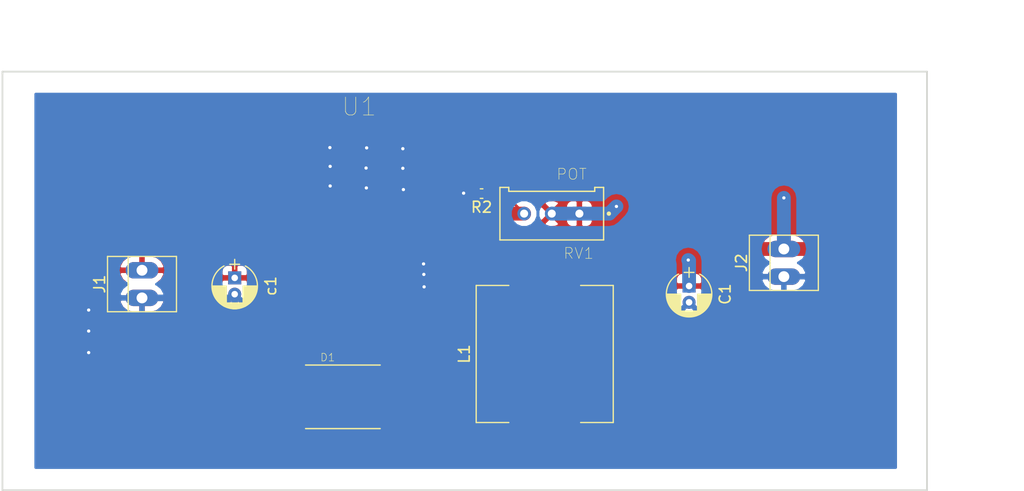
<source format=kicad_pcb>
(kicad_pcb (version 4) (host pcbnew 4.0.7-e2-6376~61~ubuntu18.04.1)

  (general
    (links 37)
    (no_connects 0)
    (area 114.250399 74.880399 199.388801 113.511401)
    (thickness 1.6)
    (drawings 7)
    (tracks 46)
    (zones 0)
    (modules 28)
    (nets 6)
  )

  (page A4)
  (layers
    (0 F.Cu signal)
    (31 B.Cu signal)
    (32 B.Adhes user)
    (33 F.Adhes user)
    (34 B.Paste user)
    (35 F.Paste user)
    (36 B.SilkS user)
    (37 F.SilkS user)
    (38 B.Mask user)
    (39 F.Mask user)
    (40 Dwgs.User user)
    (41 Cmts.User user)
    (42 Eco1.User user)
    (43 Eco2.User user)
    (44 Edge.Cuts user)
    (45 Margin user)
    (46 B.CrtYd user)
    (47 F.CrtYd user)
    (48 B.Fab user)
    (49 F.Fab user)
  )

  (setup
    (last_trace_width 1.27)
    (user_trace_width 0.6)
    (user_trace_width 0.76)
    (user_trace_width 1.27)
    (user_trace_width 3.8)
    (trace_clearance 0.25)
    (zone_clearance 0.508)
    (zone_45_only yes)
    (trace_min 0.25)
    (segment_width 0.2)
    (edge_width 0.15)
    (via_size 0.6)
    (via_drill 0.4)
    (via_min_size 0.4)
    (via_min_drill 0.3)
    (uvia_size 0.3)
    (uvia_drill 0.1)
    (uvias_allowed no)
    (uvia_min_size 0.2)
    (uvia_min_drill 0.1)
    (pcb_text_width 0.3)
    (pcb_text_size 1.5 1.5)
    (mod_edge_width 0.15)
    (mod_text_size 1 1)
    (mod_text_width 0.15)
    (pad_size 0.6 0.6)
    (pad_drill 0.3)
    (pad_to_mask_clearance 0.2)
    (aux_axis_origin 0 0)
    (visible_elements FFFFFF7F)
    (pcbplotparams
      (layerselection 0x00030_80000001)
      (usegerberextensions false)
      (excludeedgelayer true)
      (linewidth 0.100000)
      (plotframeref false)
      (viasonmask false)
      (mode 1)
      (useauxorigin false)
      (hpglpennumber 1)
      (hpglpenspeed 20)
      (hpglpendiameter 15)
      (hpglpenoverlay 2)
      (psnegative false)
      (psa4output false)
      (plotreference true)
      (plotvalue true)
      (plotinvisibletext false)
      (padsonsilk false)
      (subtractmaskfromsilk false)
      (outputformat 2)
      (mirror true)
      (drillshape 1)
      (scaleselection 1)
      (outputdirectory caca))
  )

  (net 0 "")
  (net 1 GND)
  (net 2 "Net-(J1-Pad2)")
  (net 3 /vout)
  (net 4 "Net-(D1-Pad2)")
  (net 5 "Net-(R2-Pad1)")

  (net_class Default "This is the default net class."
    (clearance 0.25)
    (trace_width 0.25)
    (via_dia 0.6)
    (via_drill 0.4)
    (uvia_dia 0.3)
    (uvia_drill 0.1)
    (add_net /vout)
    (add_net GND)
    (add_net "Net-(D1-Pad2)")
    (add_net "Net-(J1-Pad2)")
    (add_net "Net-(R2-Pad1)")
  )

  (module VIA-0.6mm (layer F.Cu) (tedit 5C088608) (tstamp 5C088DEF)
    (at 122.2502 100.7872)
    (fp_text reference REF** (at 0 0.5) (layer F.SilkS) hide
      (effects (font (size 1 1) (thickness 0.15)))
    )
    (fp_text value VIA-0.6mm (at 0 -0.5) (layer F.Fab) hide
      (effects (font (size 1 1) (thickness 0.15)))
    )
    (pad 1 thru_hole circle (at 0 0) (size 0.6 0.6) (drill 0.3) (layers *.Cu)
      (net 1 GND) (zone_connect 2))
  )

  (module VIA-0.6mm (layer F.Cu) (tedit 5C088608) (tstamp 5C088DEA)
    (at 122.2502 98.806)
    (fp_text reference REF** (at 0 0.5) (layer F.SilkS) hide
      (effects (font (size 1 1) (thickness 0.15)))
    )
    (fp_text value VIA-0.6mm (at 0 -0.5) (layer F.Fab) hide
      (effects (font (size 1 1) (thickness 0.15)))
    )
    (pad 1 thru_hole circle (at 0 0) (size 0.6 0.6) (drill 0.3) (layers *.Cu)
      (net 1 GND) (zone_connect 2))
  )

  (module VIA-0.6mm (layer F.Cu) (tedit 5C088608) (tstamp 5C088DE3)
    (at 122.2502 96.8756)
    (fp_text reference REF** (at 0 0.5) (layer F.SilkS) hide
      (effects (font (size 1 1) (thickness 0.15)))
    )
    (fp_text value VIA-0.6mm (at 0 -0.5) (layer F.Fab) hide
      (effects (font (size 1 1) (thickness 0.15)))
    )
    (pad 1 thru_hole circle (at 0 0) (size 0.6 0.6) (drill 0.3) (layers *.Cu)
      (net 1 GND) (zone_connect 2))
  )

  (module VIA-0.6mm (layer F.Cu) (tedit 5C0889BF) (tstamp 5C088C3A)
    (at 186.1566 86.5632)
    (fp_text reference REF** (at 0 0.5) (layer F.SilkS) hide
      (effects (font (size 1 1) (thickness 0.15)))
    )
    (fp_text value VIA-0.6mm (at 0 -0.5) (layer F.Fab) hide
      (effects (font (size 1 1) (thickness 0.15)))
    )
    (pad 4 thru_hole circle (at 0 0) (size 0.6 0.6) (drill 0.3) (layers *.Cu)
      (net 3 /vout) (zone_connect 2))
  )

  (module VIA-0.6mm (layer F.Cu) (tedit 5C0889BF) (tstamp 5C088C03)
    (at 177.3682 92.2782)
    (fp_text reference REF** (at 0 0.5) (layer F.SilkS) hide
      (effects (font (size 1 1) (thickness 0.15)))
    )
    (fp_text value VIA-0.6mm (at 0 -0.5) (layer F.Fab) hide
      (effects (font (size 1 1) (thickness 0.15)))
    )
    (pad 4 thru_hole circle (at 0 0) (size 0.6 0.6) (drill 0.3) (layers *.Cu)
      (net 3 /vout) (zone_connect 2))
  )

  (module VIA-0.6mm (layer F.Cu) (tedit 5C088650) (tstamp 5C088B44)
    (at 153.0858 94.742)
    (fp_text reference REF** (at 0 0.5) (layer F.SilkS) hide
      (effects (font (size 1 1) (thickness 0.15)))
    )
    (fp_text value VIA-0.6mm (at 0 -0.5) (layer F.Fab) hide
      (effects (font (size 1 1) (thickness 0.15)))
    )
    (pad 2 thru_hole circle (at 0 0) (size 0.6 0.6) (drill 0.3) (layers *.Cu)
      (net 1 GND) (zone_connect 2))
  )

  (module VIA-0.6mm (layer F.Cu) (tedit 5C088650) (tstamp 5C088B3C)
    (at 153.0604 93.599)
    (fp_text reference REF** (at 0 0.5) (layer F.SilkS) hide
      (effects (font (size 1 1) (thickness 0.15)))
    )
    (fp_text value VIA-0.6mm (at 0 -0.5) (layer F.Fab) hide
      (effects (font (size 1 1) (thickness 0.15)))
    )
    (pad 2 thru_hole circle (at 0 0) (size 0.6 0.6) (drill 0.3) (layers *.Cu)
      (net 1 GND) (zone_connect 2))
  )

  (module VIA-0.6mm (layer F.Cu) (tedit 5C088947) (tstamp 5C088B25)
    (at 151.1808 85.8012)
    (fp_text reference REF** (at 0 0.5) (layer F.SilkS) hide
      (effects (font (size 1 1) (thickness 0.15)))
    )
    (fp_text value VIA-0.6mm (at 0 -0.5) (layer F.Fab) hide
      (effects (font (size 1 1) (thickness 0.15)))
    )
    (pad 5 thru_hole circle (at 0 0) (size 0.6 0.6) (drill 0.3) (layers *.Cu)
      (net 1 GND) (zone_connect 2))
  )

  (module VIA-0.6mm (layer F.Cu) (tedit 5C088947) (tstamp 5C088B20)
    (at 147.7772 85.6488)
    (fp_text reference REF** (at 0 0.5) (layer F.SilkS) hide
      (effects (font (size 1 1) (thickness 0.15)))
    )
    (fp_text value VIA-0.6mm (at 0 -0.5) (layer F.Fab) hide
      (effects (font (size 1 1) (thickness 0.15)))
    )
    (pad 5 thru_hole circle (at 0 0) (size 0.6 0.6) (drill 0.3) (layers *.Cu)
      (net 1 GND) (zone_connect 2))
  )

  (module VIA-0.6mm (layer F.Cu) (tedit 5C088947) (tstamp 5C088B1B)
    (at 144.4498 85.471)
    (fp_text reference REF** (at 0 0.5) (layer F.SilkS) hide
      (effects (font (size 1 1) (thickness 0.15)))
    )
    (fp_text value VIA-0.6mm (at 0 -0.5) (layer F.Fab) hide
      (effects (font (size 1 1) (thickness 0.15)))
    )
    (pad 5 thru_hole circle (at 0 0) (size 0.6 0.6) (drill 0.3) (layers *.Cu)
      (net 1 GND) (zone_connect 2))
  )

  (module VIA-0.6mm (layer F.Cu) (tedit 5C088947) (tstamp 5C088B14)
    (at 151.13 83.8454)
    (fp_text reference REF** (at 0 0.5) (layer F.SilkS) hide
      (effects (font (size 1 1) (thickness 0.15)))
    )
    (fp_text value VIA-0.6mm (at 0 -0.5) (layer F.Fab) hide
      (effects (font (size 1 1) (thickness 0.15)))
    )
    (pad 5 thru_hole circle (at 0 0) (size 0.6 0.6) (drill 0.3) (layers *.Cu)
      (net 1 GND) (zone_connect 2))
  )

  (module VIA-0.6mm (layer F.Cu) (tedit 5C088947) (tstamp 5C088B0F)
    (at 147.7518 83.82)
    (fp_text reference REF** (at 0 0.5) (layer F.SilkS) hide
      (effects (font (size 1 1) (thickness 0.15)))
    )
    (fp_text value VIA-0.6mm (at 0 -0.5) (layer F.Fab) hide
      (effects (font (size 1 1) (thickness 0.15)))
    )
    (pad 5 thru_hole circle (at 0 0) (size 0.6 0.6) (drill 0.3) (layers *.Cu)
      (net 1 GND) (zone_connect 2))
  )

  (module VIA-0.6mm (layer F.Cu) (tedit 5C088947) (tstamp 5C088B0A)
    (at 144.4498 83.6676)
    (fp_text reference REF** (at 0 0.5) (layer F.SilkS) hide
      (effects (font (size 1 1) (thickness 0.15)))
    )
    (fp_text value VIA-0.6mm (at 0 -0.5) (layer F.Fab) hide
      (effects (font (size 1 1) (thickness 0.15)))
    )
    (pad 5 thru_hole circle (at 0 0) (size 0.6 0.6) (drill 0.3) (layers *.Cu)
      (net 1 GND) (zone_connect 2))
  )

  (module VIA-0.6mm (layer F.Cu) (tedit 5C088952) (tstamp 5C08890C)
    (at 151.13 82.042)
    (fp_text reference REF** (at 0 0.5) (layer F.SilkS) hide
      (effects (font (size 1 1) (thickness 0.15)))
    )
    (fp_text value VIA-0.6mm (at 0 -0.5) (layer F.Fab) hide
      (effects (font (size 1 1) (thickness 0.15)))
    )
    (pad 7 thru_hole circle (at 0 0) (size 0.6 0.6) (drill 0.3) (layers *.Cu)
      (net 1 GND) (zone_connect 2))
  )

  (module VIA-0.6mm (layer F.Cu) (tedit 5C08894D) (tstamp 5C088907)
    (at 147.8026 81.9658)
    (fp_text reference REF** (at 0 0.5) (layer F.SilkS) hide
      (effects (font (size 1 1) (thickness 0.15)))
    )
    (fp_text value VIA-0.6mm (at 0 -0.5) (layer F.Fab) hide
      (effects (font (size 1 1) (thickness 0.15)))
    )
    (pad 6 thru_hole circle (at 0 0) (size 0.6 0.6) (drill 0.3) (layers *.Cu)
      (net 1 GND) (zone_connect 2))
  )

  (module VIA-0.6mm (layer F.Cu) (tedit 5C088947) (tstamp 5C088902)
    (at 144.4244 81.9404)
    (fp_text reference REF** (at 0 0.5) (layer F.SilkS) hide
      (effects (font (size 1 1) (thickness 0.15)))
    )
    (fp_text value VIA-0.6mm (at 0 -0.5) (layer F.Fab) hide
      (effects (font (size 1 1) (thickness 0.15)))
    )
    (pad 5 thru_hole circle (at 0 0) (size 0.6 0.6) (drill 0.3) (layers *.Cu)
      (net 1 GND) (zone_connect 2))
  )

  (module 3296W-1-250:TRIM_3296W-1-250 (layer F.Cu) (tedit 0) (tstamp 5C084ADB)
    (at 164.8206 88.011 180)
    (path /5C086A02)
    (fp_text reference RV1 (at -2.47056 -3.65058 180) (layer F.SilkS)
      (effects (font (size 1.00428 1.00428) (thickness 0.05)))
    )
    (fp_text value POT (at -1.82945 3.62384 180) (layer F.SilkS)
      (effects (font (size 1.00245 1.00245) (thickness 0.05)))
    )
    (fp_line (start -4.765 -2.42) (end 4.765 -2.42) (layer Dwgs.User) (width 0.127))
    (fp_line (start 4.765 -2.42) (end 4.765 2.41) (layer Dwgs.User) (width 0.127))
    (fp_line (start -4.765 2.41) (end -4.765 -2.42) (layer Dwgs.User) (width 0.127))
    (fp_line (start -4.765 -2.42) (end 4.765 -2.42) (layer F.SilkS) (width 0.127))
    (fp_line (start 4.765 -2.42) (end 4.765 2.41) (layer F.SilkS) (width 0.127))
    (fp_line (start -4.765 2.41) (end -4.765 -2.42) (layer F.SilkS) (width 0.127))
    (fp_line (start -5.015 -2.67) (end 5.015 -2.67) (layer Eco1.User) (width 0.05))
    (fp_line (start 5.015 -2.67) (end 5.015 2.66) (layer Eco1.User) (width 0.05))
    (fp_line (start 5.015 2.66) (end -5.015 2.66) (layer Eco1.User) (width 0.05))
    (fp_line (start -5.015 2.66) (end -5.015 -2.67) (layer Eco1.User) (width 0.05))
    (fp_circle (center -5.25 0) (end -5.15 0) (layer F.SilkS) (width 0.2))
    (fp_line (start 4.765 2.41) (end 3.95 2.41) (layer F.SilkS) (width 0.127))
    (fp_line (start 3.95 2.41) (end 3.95 2.05) (layer F.SilkS) (width 0.127))
    (fp_line (start 3.95 2.05) (end -3.95 2.05) (layer F.SilkS) (width 0.127))
    (fp_line (start -3.95 2.05) (end -3.95 2.41) (layer F.SilkS) (width 0.127))
    (fp_line (start -3.95 2.41) (end -4.765 2.41) (layer F.SilkS) (width 0.127))
    (fp_line (start 4.765 2.41) (end 3.95 2.41) (layer Dwgs.User) (width 0.127))
    (fp_line (start 3.95 2.41) (end 3.95 2.05) (layer Dwgs.User) (width 0.127))
    (fp_line (start 3.95 2.05) (end -3.95 2.05) (layer Dwgs.User) (width 0.127))
    (fp_line (start -3.95 2.05) (end -3.95 2.41) (layer Dwgs.User) (width 0.127))
    (fp_line (start -3.95 2.41) (end -4.765 2.41) (layer Dwgs.User) (width 0.127))
    (pad 1 thru_hole rect (at -2.54 0 180) (size 1.248 1.248) (drill 0.74) (layers *.Cu *.Mask)
      (net 3 /vout))
    (pad 2 thru_hole circle (at 0 0 180) (size 1.248 1.248) (drill 0.74) (layers *.Cu *.Mask)
      (net 3 /vout))
    (pad 3 thru_hole circle (at 2.54 0 180) (size 1.248 1.248) (drill 0.74) (layers *.Cu *.Mask)
      (net 5 "Net-(R2-Pad1)"))
  )

  (module VIA-0.6mm (layer F.Cu) (tedit 5C0886A3) (tstamp 5C088677)
    (at 156.718 86.1314)
    (fp_text reference REF** (at 0 0.5) (layer F.SilkS) hide
      (effects (font (size 1 1) (thickness 0.15)))
    )
    (fp_text value VIA-0.6mm (at 0 -0.5) (layer F.Fab) hide
      (effects (font (size 1 1) (thickness 0.15)))
    )
    (pad 3 thru_hole circle (at 0 0) (size 0.6 0.6) (drill 0.3) (layers *.Cu)
      (net 1 GND) (zone_connect 2))
  )

  (module VIA-0.6mm (layer F.Cu) (tedit 5C0889BF) (tstamp 5C088672)
    (at 170.7642 87.3506)
    (fp_text reference REF** (at 0 0.5) (layer F.SilkS) hide
      (effects (font (size 1 1) (thickness 0.15)))
    )
    (fp_text value VIA-0.6mm (at 0 -0.5) (layer F.Fab) hide
      (effects (font (size 1 1) (thickness 0.15)))
    )
    (pad 4 thru_hole circle (at 0 0) (size 0.6 0.6) (drill 0.3) (layers *.Cu)
      (net 3 /vout) (zone_connect 2))
  )

  (module VIA-0.6mm (layer F.Cu) (tedit 5C088650) (tstamp 5C08841D)
    (at 153.035 92.6338)
    (fp_text reference REF** (at 0 0.5) (layer F.SilkS) hide
      (effects (font (size 1 1) (thickness 0.15)))
    )
    (fp_text value VIA-0.6mm (at 0 -0.5) (layer F.Fab) hide
      (effects (font (size 1 1) (thickness 0.15)))
    )
    (pad 2 thru_hole circle (at 0 0) (size 0.6 0.6) (drill 0.3) (layers *.Cu)
      (net 1 GND) (zone_connect 2))
  )

  (module LM2596SX-ADJ_NOPB:TO170P1435X465-6N (layer F.Cu) (tedit 5C088D87) (tstamp 5C084AE5)
    (at 147.6756 84.455)
    (path /5C083E01)
    (attr smd)
    (fp_text reference U1 (at -0.56085 -6.27145) (layer F.SilkS)
      (effects (font (size 1.64606 1.64606) (thickness 0.05)))
    )
    (fp_text value LM2596SX-ADJ/NOPB (at -0.331055 12.1464) (layer F.SilkS) hide
      (effects (font (size 1.64413 1.64413) (thickness 0.05)))
    )
    (fp_line (start -2.921 4.318) (end -3.8862 4.318) (layer Dwgs.User) (width 0.1524))
    (fp_line (start -3.8862 4.318) (end -3.8862 10.033) (layer Dwgs.User) (width 0.1524))
    (fp_line (start -3.8862 10.033) (end -2.921 10.033) (layer Dwgs.User) (width 0.1524))
    (fp_line (start -2.921 10.033) (end -2.921 4.318) (layer Dwgs.User) (width 0.1524))
    (fp_line (start -1.2192 4.318) (end -2.1844 4.318) (layer Dwgs.User) (width 0.1524))
    (fp_line (start -2.1844 4.318) (end -2.1844 10.033) (layer Dwgs.User) (width 0.1524))
    (fp_line (start -2.1844 10.033) (end -1.2192 10.033) (layer Dwgs.User) (width 0.1524))
    (fp_line (start -1.2192 10.033) (end -1.2192 4.318) (layer Dwgs.User) (width 0.1524))
    (fp_line (start 0.4826 4.318) (end -0.4826 4.318) (layer Dwgs.User) (width 0.1524))
    (fp_line (start -0.4826 4.318) (end -0.4826 10.033) (layer Dwgs.User) (width 0.1524))
    (fp_line (start -0.4826 10.033) (end 0.4826 10.033) (layer Dwgs.User) (width 0.1524))
    (fp_line (start 0.4826 10.033) (end 0.4826 4.318) (layer Dwgs.User) (width 0.1524))
    (fp_line (start 2.1844 4.318) (end 1.2192 4.318) (layer Dwgs.User) (width 0.1524))
    (fp_line (start 1.2192 4.318) (end 1.2192 10.033) (layer Dwgs.User) (width 0.1524))
    (fp_line (start 1.2192 10.033) (end 2.1844 10.033) (layer Dwgs.User) (width 0.1524))
    (fp_line (start 2.1844 10.033) (end 2.1844 4.318) (layer Dwgs.User) (width 0.1524))
    (fp_line (start 3.8862 4.318) (end 2.921 4.318) (layer Dwgs.User) (width 0.1524))
    (fp_line (start 2.921 4.318) (end 2.921 10.033) (layer Dwgs.User) (width 0.1524))
    (fp_line (start 2.921 10.033) (end 3.8862 10.033) (layer Dwgs.User) (width 0.1524))
    (fp_line (start 3.8862 10.033) (end 3.8862 4.318) (layer Dwgs.User) (width 0.1524))
    (fp_line (start -5.08 4.318) (end 5.08 4.318) (layer Dwgs.User) (width 0.1524))
    (fp_line (start 5.08 4.318) (end 5.08 -4.318) (layer Dwgs.User) (width 0.1524))
    (fp_line (start 5.08 -4.318) (end -5.08 -4.318) (layer Dwgs.User) (width 0.1524))
    (fp_line (start -5.08 -4.318) (end -5.08 4.318) (layer Dwgs.User) (width 0.1524))
    (pad 1 smd rect (at -3.4036 9.0424) (size 1.016 2.6924) (layers F.Cu F.Paste F.Mask)
      (net 2 "Net-(J1-Pad2)"))
    (pad 2 smd rect (at -1.7018 9.0424) (size 1.016 2.6924) (layers F.Cu F.Paste F.Mask)
      (net 4 "Net-(D1-Pad2)"))
    (pad 3 smd rect (at 0 9.0424) (size 1.016 2.6924) (layers F.Cu F.Paste F.Mask)
      (net 1 GND))
    (pad 4 smd rect (at 1.7018 9.0424) (size 1.016 2.6924) (layers F.Cu F.Paste F.Mask)
      (net 5 "Net-(R2-Pad1)"))
    (pad 5 smd rect (at 3.4036 9.0424) (size 1.016 2.6924) (layers F.Cu F.Paste F.Mask)
      (net 1 GND))
    (pad 6 smd rect (at 0 -0.1524) (size 10.16 8.9408) (layers F.Cu F.Paste F.Mask)
      (net 1 GND))
  )

  (module Connectors:PINHEAD1-2 (layer F.Cu) (tedit 0) (tstamp 5C084AC2)
    (at 127.1524 95.758 90)
    (path /5C0849DC)
    (fp_text reference J1 (at 1.27 -3.9 90) (layer F.SilkS)
      (effects (font (size 1 1) (thickness 0.15)))
    )
    (fp_text value Conn_01x02 (at 1.27 3.81 90) (layer F.Fab)
      (effects (font (size 1 1) (thickness 0.15)))
    )
    (fp_line (start 3.81 -1.27) (end -1.27 -1.27) (layer F.SilkS) (width 0.12))
    (fp_line (start 3.81 3.17) (end -1.27 3.17) (layer F.SilkS) (width 0.12))
    (fp_line (start -1.27 -3.17) (end 3.81 -3.17) (layer F.SilkS) (width 0.12))
    (fp_line (start -1.27 -3.17) (end -1.27 3.17) (layer F.SilkS) (width 0.12))
    (fp_line (start 3.81 -3.17) (end 3.81 3.17) (layer F.SilkS) (width 0.12))
    (fp_line (start -1.52 -3.42) (end 4.06 -3.42) (layer F.CrtYd) (width 0.05))
    (fp_line (start -1.52 -3.42) (end -1.52 3.42) (layer F.CrtYd) (width 0.05))
    (fp_line (start 4.06 3.42) (end 4.06 -3.42) (layer F.CrtYd) (width 0.05))
    (fp_line (start 4.06 3.42) (end -1.52 3.42) (layer F.CrtYd) (width 0.05))
    (pad 1 thru_hole oval (at 0 0 90) (size 1.51 3.01) (drill 1) (layers *.Cu *.Mask)
      (net 1 GND))
    (pad 2 thru_hole oval (at 2.54 0 90) (size 1.51 3.01) (drill 1) (layers *.Cu *.Mask)
      (net 2 "Net-(J1-Pad2)"))
  )

  (module Capacitors_THT:CP_Radial_D4.0mm_P1.50mm (layer F.Cu) (tedit 597BC7C2) (tstamp 5C084AB0)
    (at 135.6741 93.9165 270)
    (descr "CP, Radial series, Radial, pin pitch=1.50mm, , diameter=4mm, Electrolytic Capacitor")
    (tags "CP Radial series Radial pin pitch 1.50mm  diameter 4mm Electrolytic Capacitor")
    (path /5C08471C)
    (fp_text reference c1 (at 0.75 -3.31 270) (layer F.SilkS)
      (effects (font (size 1 1) (thickness 0.15)))
    )
    (fp_text value 100u (at 0.75 3.31 270) (layer F.Fab)
      (effects (font (size 1 1) (thickness 0.15)))
    )
    (fp_arc (start 0.75 0) (end -1.095996 -0.98) (angle 124.1) (layer F.SilkS) (width 0.12))
    (fp_arc (start 0.75 0) (end -1.095996 0.98) (angle -124.1) (layer F.SilkS) (width 0.12))
    (fp_arc (start 0.75 0) (end 2.595996 -0.98) (angle 55.9) (layer F.SilkS) (width 0.12))
    (fp_circle (center 0.75 0) (end 2.75 0) (layer F.Fab) (width 0.1))
    (fp_line (start -1.7 0) (end -0.8 0) (layer F.Fab) (width 0.1))
    (fp_line (start -1.25 -0.45) (end -1.25 0.45) (layer F.Fab) (width 0.1))
    (fp_line (start 0.75 0.78) (end 0.75 2.05) (layer F.SilkS) (width 0.12))
    (fp_line (start 0.75 -2.05) (end 0.75 -0.78) (layer F.SilkS) (width 0.12))
    (fp_line (start 0.79 -2.05) (end 0.79 -0.78) (layer F.SilkS) (width 0.12))
    (fp_line (start 0.79 0.78) (end 0.79 2.05) (layer F.SilkS) (width 0.12))
    (fp_line (start 0.83 -2.049) (end 0.83 -0.78) (layer F.SilkS) (width 0.12))
    (fp_line (start 0.83 0.78) (end 0.83 2.049) (layer F.SilkS) (width 0.12))
    (fp_line (start 0.87 -2.047) (end 0.87 -0.78) (layer F.SilkS) (width 0.12))
    (fp_line (start 0.87 0.78) (end 0.87 2.047) (layer F.SilkS) (width 0.12))
    (fp_line (start 0.91 -2.044) (end 0.91 -0.78) (layer F.SilkS) (width 0.12))
    (fp_line (start 0.91 0.78) (end 0.91 2.044) (layer F.SilkS) (width 0.12))
    (fp_line (start 0.95 -2.041) (end 0.95 -0.78) (layer F.SilkS) (width 0.12))
    (fp_line (start 0.95 0.78) (end 0.95 2.041) (layer F.SilkS) (width 0.12))
    (fp_line (start 0.99 -2.037) (end 0.99 -0.78) (layer F.SilkS) (width 0.12))
    (fp_line (start 0.99 0.78) (end 0.99 2.037) (layer F.SilkS) (width 0.12))
    (fp_line (start 1.03 -2.032) (end 1.03 -0.78) (layer F.SilkS) (width 0.12))
    (fp_line (start 1.03 0.78) (end 1.03 2.032) (layer F.SilkS) (width 0.12))
    (fp_line (start 1.07 -2.026) (end 1.07 -0.78) (layer F.SilkS) (width 0.12))
    (fp_line (start 1.07 0.78) (end 1.07 2.026) (layer F.SilkS) (width 0.12))
    (fp_line (start 1.11 -2.019) (end 1.11 -0.78) (layer F.SilkS) (width 0.12))
    (fp_line (start 1.11 0.78) (end 1.11 2.019) (layer F.SilkS) (width 0.12))
    (fp_line (start 1.15 -2.012) (end 1.15 -0.78) (layer F.SilkS) (width 0.12))
    (fp_line (start 1.15 0.78) (end 1.15 2.012) (layer F.SilkS) (width 0.12))
    (fp_line (start 1.19 -2.004) (end 1.19 -0.78) (layer F.SilkS) (width 0.12))
    (fp_line (start 1.19 0.78) (end 1.19 2.004) (layer F.SilkS) (width 0.12))
    (fp_line (start 1.23 -1.995) (end 1.23 -0.78) (layer F.SilkS) (width 0.12))
    (fp_line (start 1.23 0.78) (end 1.23 1.995) (layer F.SilkS) (width 0.12))
    (fp_line (start 1.27 -1.985) (end 1.27 -0.78) (layer F.SilkS) (width 0.12))
    (fp_line (start 1.27 0.78) (end 1.27 1.985) (layer F.SilkS) (width 0.12))
    (fp_line (start 1.31 -1.974) (end 1.31 -0.78) (layer F.SilkS) (width 0.12))
    (fp_line (start 1.31 0.78) (end 1.31 1.974) (layer F.SilkS) (width 0.12))
    (fp_line (start 1.35 -1.963) (end 1.35 -0.78) (layer F.SilkS) (width 0.12))
    (fp_line (start 1.35 0.78) (end 1.35 1.963) (layer F.SilkS) (width 0.12))
    (fp_line (start 1.39 -1.95) (end 1.39 -0.78) (layer F.SilkS) (width 0.12))
    (fp_line (start 1.39 0.78) (end 1.39 1.95) (layer F.SilkS) (width 0.12))
    (fp_line (start 1.43 -1.937) (end 1.43 -0.78) (layer F.SilkS) (width 0.12))
    (fp_line (start 1.43 0.78) (end 1.43 1.937) (layer F.SilkS) (width 0.12))
    (fp_line (start 1.471 -1.923) (end 1.471 -0.78) (layer F.SilkS) (width 0.12))
    (fp_line (start 1.471 0.78) (end 1.471 1.923) (layer F.SilkS) (width 0.12))
    (fp_line (start 1.511 -1.907) (end 1.511 -0.78) (layer F.SilkS) (width 0.12))
    (fp_line (start 1.511 0.78) (end 1.511 1.907) (layer F.SilkS) (width 0.12))
    (fp_line (start 1.551 -1.891) (end 1.551 -0.78) (layer F.SilkS) (width 0.12))
    (fp_line (start 1.551 0.78) (end 1.551 1.891) (layer F.SilkS) (width 0.12))
    (fp_line (start 1.591 -1.874) (end 1.591 -0.78) (layer F.SilkS) (width 0.12))
    (fp_line (start 1.591 0.78) (end 1.591 1.874) (layer F.SilkS) (width 0.12))
    (fp_line (start 1.631 -1.856) (end 1.631 -0.78) (layer F.SilkS) (width 0.12))
    (fp_line (start 1.631 0.78) (end 1.631 1.856) (layer F.SilkS) (width 0.12))
    (fp_line (start 1.671 -1.837) (end 1.671 -0.78) (layer F.SilkS) (width 0.12))
    (fp_line (start 1.671 0.78) (end 1.671 1.837) (layer F.SilkS) (width 0.12))
    (fp_line (start 1.711 -1.817) (end 1.711 -0.78) (layer F.SilkS) (width 0.12))
    (fp_line (start 1.711 0.78) (end 1.711 1.817) (layer F.SilkS) (width 0.12))
    (fp_line (start 1.751 -1.796) (end 1.751 -0.78) (layer F.SilkS) (width 0.12))
    (fp_line (start 1.751 0.78) (end 1.751 1.796) (layer F.SilkS) (width 0.12))
    (fp_line (start 1.791 -1.773) (end 1.791 -0.78) (layer F.SilkS) (width 0.12))
    (fp_line (start 1.791 0.78) (end 1.791 1.773) (layer F.SilkS) (width 0.12))
    (fp_line (start 1.831 -1.75) (end 1.831 -0.78) (layer F.SilkS) (width 0.12))
    (fp_line (start 1.831 0.78) (end 1.831 1.75) (layer F.SilkS) (width 0.12))
    (fp_line (start 1.871 -1.725) (end 1.871 -0.78) (layer F.SilkS) (width 0.12))
    (fp_line (start 1.871 0.78) (end 1.871 1.725) (layer F.SilkS) (width 0.12))
    (fp_line (start 1.911 -1.699) (end 1.911 -0.78) (layer F.SilkS) (width 0.12))
    (fp_line (start 1.911 0.78) (end 1.911 1.699) (layer F.SilkS) (width 0.12))
    (fp_line (start 1.951 -1.672) (end 1.951 -0.78) (layer F.SilkS) (width 0.12))
    (fp_line (start 1.951 0.78) (end 1.951 1.672) (layer F.SilkS) (width 0.12))
    (fp_line (start 1.991 -1.643) (end 1.991 -0.78) (layer F.SilkS) (width 0.12))
    (fp_line (start 1.991 0.78) (end 1.991 1.643) (layer F.SilkS) (width 0.12))
    (fp_line (start 2.031 -1.613) (end 2.031 -0.78) (layer F.SilkS) (width 0.12))
    (fp_line (start 2.031 0.78) (end 2.031 1.613) (layer F.SilkS) (width 0.12))
    (fp_line (start 2.071 -1.581) (end 2.071 -0.78) (layer F.SilkS) (width 0.12))
    (fp_line (start 2.071 0.78) (end 2.071 1.581) (layer F.SilkS) (width 0.12))
    (fp_line (start 2.111 -1.547) (end 2.111 -0.78) (layer F.SilkS) (width 0.12))
    (fp_line (start 2.111 0.78) (end 2.111 1.547) (layer F.SilkS) (width 0.12))
    (fp_line (start 2.151 -1.512) (end 2.151 -0.78) (layer F.SilkS) (width 0.12))
    (fp_line (start 2.151 0.78) (end 2.151 1.512) (layer F.SilkS) (width 0.12))
    (fp_line (start 2.191 -1.475) (end 2.191 -0.78) (layer F.SilkS) (width 0.12))
    (fp_line (start 2.191 0.78) (end 2.191 1.475) (layer F.SilkS) (width 0.12))
    (fp_line (start 2.231 -1.436) (end 2.231 -0.78) (layer F.SilkS) (width 0.12))
    (fp_line (start 2.231 0.78) (end 2.231 1.436) (layer F.SilkS) (width 0.12))
    (fp_line (start 2.271 -1.395) (end 2.271 -0.78) (layer F.SilkS) (width 0.12))
    (fp_line (start 2.271 0.78) (end 2.271 1.395) (layer F.SilkS) (width 0.12))
    (fp_line (start 2.311 -1.351) (end 2.311 1.351) (layer F.SilkS) (width 0.12))
    (fp_line (start 2.351 -1.305) (end 2.351 1.305) (layer F.SilkS) (width 0.12))
    (fp_line (start 2.391 -1.256) (end 2.391 1.256) (layer F.SilkS) (width 0.12))
    (fp_line (start 2.431 -1.204) (end 2.431 1.204) (layer F.SilkS) (width 0.12))
    (fp_line (start 2.471 -1.148) (end 2.471 1.148) (layer F.SilkS) (width 0.12))
    (fp_line (start 2.511 -1.088) (end 2.511 1.088) (layer F.SilkS) (width 0.12))
    (fp_line (start 2.551 -1.023) (end 2.551 1.023) (layer F.SilkS) (width 0.12))
    (fp_line (start 2.591 -0.952) (end 2.591 0.952) (layer F.SilkS) (width 0.12))
    (fp_line (start 2.631 -0.874) (end 2.631 0.874) (layer F.SilkS) (width 0.12))
    (fp_line (start 2.671 -0.786) (end 2.671 0.786) (layer F.SilkS) (width 0.12))
    (fp_line (start 2.711 -0.686) (end 2.711 0.686) (layer F.SilkS) (width 0.12))
    (fp_line (start 2.751 -0.567) (end 2.751 0.567) (layer F.SilkS) (width 0.12))
    (fp_line (start 2.791 -0.415) (end 2.791 0.415) (layer F.SilkS) (width 0.12))
    (fp_line (start 2.831 -0.165) (end 2.831 0.165) (layer F.SilkS) (width 0.12))
    (fp_line (start -1.7 0) (end -0.8 0) (layer F.SilkS) (width 0.12))
    (fp_line (start -1.25 -0.45) (end -1.25 0.45) (layer F.SilkS) (width 0.12))
    (fp_line (start -1.6 -2.35) (end -1.6 2.35) (layer F.CrtYd) (width 0.05))
    (fp_line (start -1.6 2.35) (end 3.1 2.35) (layer F.CrtYd) (width 0.05))
    (fp_line (start 3.1 2.35) (end 3.1 -2.35) (layer F.CrtYd) (width 0.05))
    (fp_line (start 3.1 -2.35) (end -1.6 -2.35) (layer F.CrtYd) (width 0.05))
    (fp_text user %R (at 0.75 0 270) (layer F.Fab)
      (effects (font (size 1 1) (thickness 0.15)))
    )
    (pad 1 thru_hole rect (at 0 0 270) (size 1.2 1.2) (drill 0.6) (layers *.Cu *.Mask)
      (net 2 "Net-(J1-Pad2)"))
    (pad 2 thru_hole circle (at 1.5 0 270) (size 1.2 1.2) (drill 0.6) (layers *.Cu *.Mask)
      (net 1 GND))
    (model ${KISYS3DMOD}/Capacitors_THT.3dshapes/CP_Radial_D4.0mm_P1.50mm.wrl
      (at (xyz 0 0 0))
      (scale (xyz 1 1 1))
      (rotate (xyz 0 0 0))
    )
  )

  (module Capacitors_THT:CP_Radial_D4.0mm_P1.50mm (layer F.Cu) (tedit 597BC7C2) (tstamp 5C084AB6)
    (at 177.4444 94.6658 270)
    (descr "CP, Radial series, Radial, pin pitch=1.50mm, , diameter=4mm, Electrolytic Capacitor")
    (tags "CP Radial series Radial pin pitch 1.50mm  diameter 4mm Electrolytic Capacitor")
    (path /5C08479B)
    (fp_text reference C1 (at 0.75 -3.31 270) (layer F.SilkS)
      (effects (font (size 1 1) (thickness 0.15)))
    )
    (fp_text value 220u (at 0.75 3.31 270) (layer F.Fab)
      (effects (font (size 1 1) (thickness 0.15)))
    )
    (fp_arc (start 0.75 0) (end -1.095996 -0.98) (angle 124.1) (layer F.SilkS) (width 0.12))
    (fp_arc (start 0.75 0) (end -1.095996 0.98) (angle -124.1) (layer F.SilkS) (width 0.12))
    (fp_arc (start 0.75 0) (end 2.595996 -0.98) (angle 55.9) (layer F.SilkS) (width 0.12))
    (fp_circle (center 0.75 0) (end 2.75 0) (layer F.Fab) (width 0.1))
    (fp_line (start -1.7 0) (end -0.8 0) (layer F.Fab) (width 0.1))
    (fp_line (start -1.25 -0.45) (end -1.25 0.45) (layer F.Fab) (width 0.1))
    (fp_line (start 0.75 0.78) (end 0.75 2.05) (layer F.SilkS) (width 0.12))
    (fp_line (start 0.75 -2.05) (end 0.75 -0.78) (layer F.SilkS) (width 0.12))
    (fp_line (start 0.79 -2.05) (end 0.79 -0.78) (layer F.SilkS) (width 0.12))
    (fp_line (start 0.79 0.78) (end 0.79 2.05) (layer F.SilkS) (width 0.12))
    (fp_line (start 0.83 -2.049) (end 0.83 -0.78) (layer F.SilkS) (width 0.12))
    (fp_line (start 0.83 0.78) (end 0.83 2.049) (layer F.SilkS) (width 0.12))
    (fp_line (start 0.87 -2.047) (end 0.87 -0.78) (layer F.SilkS) (width 0.12))
    (fp_line (start 0.87 0.78) (end 0.87 2.047) (layer F.SilkS) (width 0.12))
    (fp_line (start 0.91 -2.044) (end 0.91 -0.78) (layer F.SilkS) (width 0.12))
    (fp_line (start 0.91 0.78) (end 0.91 2.044) (layer F.SilkS) (width 0.12))
    (fp_line (start 0.95 -2.041) (end 0.95 -0.78) (layer F.SilkS) (width 0.12))
    (fp_line (start 0.95 0.78) (end 0.95 2.041) (layer F.SilkS) (width 0.12))
    (fp_line (start 0.99 -2.037) (end 0.99 -0.78) (layer F.SilkS) (width 0.12))
    (fp_line (start 0.99 0.78) (end 0.99 2.037) (layer F.SilkS) (width 0.12))
    (fp_line (start 1.03 -2.032) (end 1.03 -0.78) (layer F.SilkS) (width 0.12))
    (fp_line (start 1.03 0.78) (end 1.03 2.032) (layer F.SilkS) (width 0.12))
    (fp_line (start 1.07 -2.026) (end 1.07 -0.78) (layer F.SilkS) (width 0.12))
    (fp_line (start 1.07 0.78) (end 1.07 2.026) (layer F.SilkS) (width 0.12))
    (fp_line (start 1.11 -2.019) (end 1.11 -0.78) (layer F.SilkS) (width 0.12))
    (fp_line (start 1.11 0.78) (end 1.11 2.019) (layer F.SilkS) (width 0.12))
    (fp_line (start 1.15 -2.012) (end 1.15 -0.78) (layer F.SilkS) (width 0.12))
    (fp_line (start 1.15 0.78) (end 1.15 2.012) (layer F.SilkS) (width 0.12))
    (fp_line (start 1.19 -2.004) (end 1.19 -0.78) (layer F.SilkS) (width 0.12))
    (fp_line (start 1.19 0.78) (end 1.19 2.004) (layer F.SilkS) (width 0.12))
    (fp_line (start 1.23 -1.995) (end 1.23 -0.78) (layer F.SilkS) (width 0.12))
    (fp_line (start 1.23 0.78) (end 1.23 1.995) (layer F.SilkS) (width 0.12))
    (fp_line (start 1.27 -1.985) (end 1.27 -0.78) (layer F.SilkS) (width 0.12))
    (fp_line (start 1.27 0.78) (end 1.27 1.985) (layer F.SilkS) (width 0.12))
    (fp_line (start 1.31 -1.974) (end 1.31 -0.78) (layer F.SilkS) (width 0.12))
    (fp_line (start 1.31 0.78) (end 1.31 1.974) (layer F.SilkS) (width 0.12))
    (fp_line (start 1.35 -1.963) (end 1.35 -0.78) (layer F.SilkS) (width 0.12))
    (fp_line (start 1.35 0.78) (end 1.35 1.963) (layer F.SilkS) (width 0.12))
    (fp_line (start 1.39 -1.95) (end 1.39 -0.78) (layer F.SilkS) (width 0.12))
    (fp_line (start 1.39 0.78) (end 1.39 1.95) (layer F.SilkS) (width 0.12))
    (fp_line (start 1.43 -1.937) (end 1.43 -0.78) (layer F.SilkS) (width 0.12))
    (fp_line (start 1.43 0.78) (end 1.43 1.937) (layer F.SilkS) (width 0.12))
    (fp_line (start 1.471 -1.923) (end 1.471 -0.78) (layer F.SilkS) (width 0.12))
    (fp_line (start 1.471 0.78) (end 1.471 1.923) (layer F.SilkS) (width 0.12))
    (fp_line (start 1.511 -1.907) (end 1.511 -0.78) (layer F.SilkS) (width 0.12))
    (fp_line (start 1.511 0.78) (end 1.511 1.907) (layer F.SilkS) (width 0.12))
    (fp_line (start 1.551 -1.891) (end 1.551 -0.78) (layer F.SilkS) (width 0.12))
    (fp_line (start 1.551 0.78) (end 1.551 1.891) (layer F.SilkS) (width 0.12))
    (fp_line (start 1.591 -1.874) (end 1.591 -0.78) (layer F.SilkS) (width 0.12))
    (fp_line (start 1.591 0.78) (end 1.591 1.874) (layer F.SilkS) (width 0.12))
    (fp_line (start 1.631 -1.856) (end 1.631 -0.78) (layer F.SilkS) (width 0.12))
    (fp_line (start 1.631 0.78) (end 1.631 1.856) (layer F.SilkS) (width 0.12))
    (fp_line (start 1.671 -1.837) (end 1.671 -0.78) (layer F.SilkS) (width 0.12))
    (fp_line (start 1.671 0.78) (end 1.671 1.837) (layer F.SilkS) (width 0.12))
    (fp_line (start 1.711 -1.817) (end 1.711 -0.78) (layer F.SilkS) (width 0.12))
    (fp_line (start 1.711 0.78) (end 1.711 1.817) (layer F.SilkS) (width 0.12))
    (fp_line (start 1.751 -1.796) (end 1.751 -0.78) (layer F.SilkS) (width 0.12))
    (fp_line (start 1.751 0.78) (end 1.751 1.796) (layer F.SilkS) (width 0.12))
    (fp_line (start 1.791 -1.773) (end 1.791 -0.78) (layer F.SilkS) (width 0.12))
    (fp_line (start 1.791 0.78) (end 1.791 1.773) (layer F.SilkS) (width 0.12))
    (fp_line (start 1.831 -1.75) (end 1.831 -0.78) (layer F.SilkS) (width 0.12))
    (fp_line (start 1.831 0.78) (end 1.831 1.75) (layer F.SilkS) (width 0.12))
    (fp_line (start 1.871 -1.725) (end 1.871 -0.78) (layer F.SilkS) (width 0.12))
    (fp_line (start 1.871 0.78) (end 1.871 1.725) (layer F.SilkS) (width 0.12))
    (fp_line (start 1.911 -1.699) (end 1.911 -0.78) (layer F.SilkS) (width 0.12))
    (fp_line (start 1.911 0.78) (end 1.911 1.699) (layer F.SilkS) (width 0.12))
    (fp_line (start 1.951 -1.672) (end 1.951 -0.78) (layer F.SilkS) (width 0.12))
    (fp_line (start 1.951 0.78) (end 1.951 1.672) (layer F.SilkS) (width 0.12))
    (fp_line (start 1.991 -1.643) (end 1.991 -0.78) (layer F.SilkS) (width 0.12))
    (fp_line (start 1.991 0.78) (end 1.991 1.643) (layer F.SilkS) (width 0.12))
    (fp_line (start 2.031 -1.613) (end 2.031 -0.78) (layer F.SilkS) (width 0.12))
    (fp_line (start 2.031 0.78) (end 2.031 1.613) (layer F.SilkS) (width 0.12))
    (fp_line (start 2.071 -1.581) (end 2.071 -0.78) (layer F.SilkS) (width 0.12))
    (fp_line (start 2.071 0.78) (end 2.071 1.581) (layer F.SilkS) (width 0.12))
    (fp_line (start 2.111 -1.547) (end 2.111 -0.78) (layer F.SilkS) (width 0.12))
    (fp_line (start 2.111 0.78) (end 2.111 1.547) (layer F.SilkS) (width 0.12))
    (fp_line (start 2.151 -1.512) (end 2.151 -0.78) (layer F.SilkS) (width 0.12))
    (fp_line (start 2.151 0.78) (end 2.151 1.512) (layer F.SilkS) (width 0.12))
    (fp_line (start 2.191 -1.475) (end 2.191 -0.78) (layer F.SilkS) (width 0.12))
    (fp_line (start 2.191 0.78) (end 2.191 1.475) (layer F.SilkS) (width 0.12))
    (fp_line (start 2.231 -1.436) (end 2.231 -0.78) (layer F.SilkS) (width 0.12))
    (fp_line (start 2.231 0.78) (end 2.231 1.436) (layer F.SilkS) (width 0.12))
    (fp_line (start 2.271 -1.395) (end 2.271 -0.78) (layer F.SilkS) (width 0.12))
    (fp_line (start 2.271 0.78) (end 2.271 1.395) (layer F.SilkS) (width 0.12))
    (fp_line (start 2.311 -1.351) (end 2.311 1.351) (layer F.SilkS) (width 0.12))
    (fp_line (start 2.351 -1.305) (end 2.351 1.305) (layer F.SilkS) (width 0.12))
    (fp_line (start 2.391 -1.256) (end 2.391 1.256) (layer F.SilkS) (width 0.12))
    (fp_line (start 2.431 -1.204) (end 2.431 1.204) (layer F.SilkS) (width 0.12))
    (fp_line (start 2.471 -1.148) (end 2.471 1.148) (layer F.SilkS) (width 0.12))
    (fp_line (start 2.511 -1.088) (end 2.511 1.088) (layer F.SilkS) (width 0.12))
    (fp_line (start 2.551 -1.023) (end 2.551 1.023) (layer F.SilkS) (width 0.12))
    (fp_line (start 2.591 -0.952) (end 2.591 0.952) (layer F.SilkS) (width 0.12))
    (fp_line (start 2.631 -0.874) (end 2.631 0.874) (layer F.SilkS) (width 0.12))
    (fp_line (start 2.671 -0.786) (end 2.671 0.786) (layer F.SilkS) (width 0.12))
    (fp_line (start 2.711 -0.686) (end 2.711 0.686) (layer F.SilkS) (width 0.12))
    (fp_line (start 2.751 -0.567) (end 2.751 0.567) (layer F.SilkS) (width 0.12))
    (fp_line (start 2.791 -0.415) (end 2.791 0.415) (layer F.SilkS) (width 0.12))
    (fp_line (start 2.831 -0.165) (end 2.831 0.165) (layer F.SilkS) (width 0.12))
    (fp_line (start -1.7 0) (end -0.8 0) (layer F.SilkS) (width 0.12))
    (fp_line (start -1.25 -0.45) (end -1.25 0.45) (layer F.SilkS) (width 0.12))
    (fp_line (start -1.6 -2.35) (end -1.6 2.35) (layer F.CrtYd) (width 0.05))
    (fp_line (start -1.6 2.35) (end 3.1 2.35) (layer F.CrtYd) (width 0.05))
    (fp_line (start 3.1 2.35) (end 3.1 -2.35) (layer F.CrtYd) (width 0.05))
    (fp_line (start 3.1 -2.35) (end -1.6 -2.35) (layer F.CrtYd) (width 0.05))
    (fp_text user %R (at 0.75 0 270) (layer F.Fab)
      (effects (font (size 1 1) (thickness 0.15)))
    )
    (pad 1 thru_hole rect (at 0 0 270) (size 1.2 1.2) (drill 0.6) (layers *.Cu *.Mask)
      (net 3 /vout))
    (pad 2 thru_hole circle (at 1.5 0 270) (size 1.2 1.2) (drill 0.6) (layers *.Cu *.Mask)
      (net 1 GND))
    (model ${KISYS3DMOD}/Capacitors_THT.3dshapes/CP_Radial_D4.0mm_P1.50mm.wrl
      (at (xyz 0 0 0))
      (scale (xyz 1 1 1))
      (rotate (xyz 0 0 0))
    )
  )

  (module SMD-DIODE-SCHOTTKY-40V-3A_DO-214AB_:DO-214AB (layer F.Cu) (tedit 5C088C96) (tstamp 5C084ABC)
    (at 145.6182 104.8512)
    (descr SMC<P/>http://www.vishay.com/docs/88751/88751.pdf)
    (path /5C084911)
    (attr smd)
    (fp_text reference D1 (at -1.3976 -3.62107) (layer F.SilkS)
      (effects (font (size 0.700306 0.700306) (thickness 0.05)))
    )
    (fp_text value "SMD-DIODE-SCHOTTKY-40V-3A(DO-214AB)" (at -0.95298 3.62131) (layer F.SilkS) hide
      (effects (font (size 0.70035 0.70035) (thickness 0.05)))
    )
    (fp_line (start 3.429 2.921) (end -3.429 2.921) (layer F.SilkS) (width 0.127))
    (fp_line (start -3.429 2.921) (end -3.429 -2.921) (layer Dwgs.User) (width 0.127))
    (fp_line (start -3.429 -2.921) (end 3.429 -2.921) (layer F.SilkS) (width 0.127))
    (fp_line (start 3.429 -2.921) (end 3.429 2.921) (layer Dwgs.User) (width 0.127))
    (fp_poly (pts (xy 3.429 2.9249) (xy -3.43358 2.9249) (xy -3.43358 -2.921) (xy 3.429 -2.921)) (layer Eco1.User) (width 0))
    (pad 2 smd rect (at 3.683 0 180) (size 2.286 4.064) (layers F.Cu F.Paste F.Mask)
      (net 4 "Net-(D1-Pad2)"))
    (pad 1 smd rect (at -3.683 0 180) (size 2.286 4.064) (layers F.Cu F.Paste F.Mask)
      (net 1 GND))
  )

  (module Connectors:PINHEAD1-2 (layer F.Cu) (tedit 0) (tstamp 5C084AC8)
    (at 186.1566 93.8022 90)
    (path /5C084B0D)
    (fp_text reference J2 (at 1.27 -3.9 90) (layer F.SilkS)
      (effects (font (size 1 1) (thickness 0.15)))
    )
    (fp_text value Conn_01x02 (at 1.27 3.81 90) (layer F.Fab)
      (effects (font (size 1 1) (thickness 0.15)))
    )
    (fp_line (start 3.81 -1.27) (end -1.27 -1.27) (layer F.SilkS) (width 0.12))
    (fp_line (start 3.81 3.17) (end -1.27 3.17) (layer F.SilkS) (width 0.12))
    (fp_line (start -1.27 -3.17) (end 3.81 -3.17) (layer F.SilkS) (width 0.12))
    (fp_line (start -1.27 -3.17) (end -1.27 3.17) (layer F.SilkS) (width 0.12))
    (fp_line (start 3.81 -3.17) (end 3.81 3.17) (layer F.SilkS) (width 0.12))
    (fp_line (start -1.52 -3.42) (end 4.06 -3.42) (layer F.CrtYd) (width 0.05))
    (fp_line (start -1.52 -3.42) (end -1.52 3.42) (layer F.CrtYd) (width 0.05))
    (fp_line (start 4.06 3.42) (end 4.06 -3.42) (layer F.CrtYd) (width 0.05))
    (fp_line (start 4.06 3.42) (end -1.52 3.42) (layer F.CrtYd) (width 0.05))
    (pad 1 thru_hole oval (at 0 0 90) (size 1.51 3.01) (drill 1) (layers *.Cu *.Mask)
      (net 1 GND))
    (pad 2 thru_hole oval (at 2.54 0 90) (size 1.51 3.01) (drill 1) (layers *.Cu *.Mask)
      (net 3 /vout))
  )

  (module Inductors_SMD:L_12x12mm_h8mm (layer F.Cu) (tedit 5990349C) (tstamp 5C084ACE)
    (at 164.1729 100.9142 90)
    (descr "Choke, SMD, 12x12mm 8mm height")
    (tags "Choke SMD")
    (path /5C0848E2)
    (attr smd)
    (fp_text reference L1 (at 0 -7.4 90) (layer F.SilkS)
      (effects (font (size 1 1) (thickness 0.15)))
    )
    (fp_text value 150u (at 0 7.6 90) (layer F.Fab)
      (effects (font (size 1 1) (thickness 0.15)))
    )
    (fp_text user %R (at 0 0 90) (layer F.Fab)
      (effects (font (size 1 1) (thickness 0.15)))
    )
    (fp_line (start 6.3 3.3) (end 6.3 6.3) (layer F.SilkS) (width 0.12))
    (fp_line (start 6.3 6.3) (end -6.3 6.3) (layer F.SilkS) (width 0.12))
    (fp_line (start -6.3 6.3) (end -6.3 3.3) (layer F.SilkS) (width 0.12))
    (fp_line (start -6.3 -3.3) (end -6.3 -6.3) (layer F.SilkS) (width 0.12))
    (fp_line (start -6.3 -6.3) (end 6.3 -6.3) (layer F.SilkS) (width 0.12))
    (fp_line (start 6.3 -6.3) (end 6.3 -3.3) (layer F.SilkS) (width 0.12))
    (fp_line (start -6.86 -6.6) (end 6.86 -6.6) (layer F.CrtYd) (width 0.05))
    (fp_line (start 6.86 -6.6) (end 6.86 6.6) (layer F.CrtYd) (width 0.05))
    (fp_line (start 6.86 6.6) (end -6.86 6.6) (layer F.CrtYd) (width 0.05))
    (fp_line (start -6.86 6.6) (end -6.86 -6.6) (layer F.CrtYd) (width 0.05))
    (fp_line (start 4.9 3.3) (end 5 3.4) (layer F.Fab) (width 0.1))
    (fp_line (start 5 3.4) (end 5.1 3.8) (layer F.Fab) (width 0.1))
    (fp_line (start 5.1 3.8) (end 5 4.3) (layer F.Fab) (width 0.1))
    (fp_line (start 5 4.3) (end 4.8 4.6) (layer F.Fab) (width 0.1))
    (fp_line (start 4.8 4.6) (end 4.5 5) (layer F.Fab) (width 0.1))
    (fp_line (start 4.5 5) (end 4 5.1) (layer F.Fab) (width 0.1))
    (fp_line (start 4 5.1) (end 3.5 5) (layer F.Fab) (width 0.1))
    (fp_line (start 3.5 5) (end 3.1 4.7) (layer F.Fab) (width 0.1))
    (fp_line (start 3.1 4.7) (end 3 4.6) (layer F.Fab) (width 0.1))
    (fp_line (start 3 4.6) (end 2.4 5) (layer F.Fab) (width 0.1))
    (fp_line (start 2.4 5) (end 1.6 5.3) (layer F.Fab) (width 0.1))
    (fp_line (start 1.6 5.3) (end 0.6 5.5) (layer F.Fab) (width 0.1))
    (fp_line (start 0.6 5.5) (end -0.6 5.5) (layer F.Fab) (width 0.1))
    (fp_line (start -0.6 5.5) (end -1.5 5.3) (layer F.Fab) (width 0.1))
    (fp_line (start -1.5 5.3) (end -2.1 5.1) (layer F.Fab) (width 0.1))
    (fp_line (start -2.1 5.1) (end -2.6 4.9) (layer F.Fab) (width 0.1))
    (fp_line (start -2.6 4.9) (end -3 4.7) (layer F.Fab) (width 0.1))
    (fp_line (start -3 4.7) (end -3.3 4.9) (layer F.Fab) (width 0.1))
    (fp_line (start -3.3 4.9) (end -3.9 5.1) (layer F.Fab) (width 0.1))
    (fp_line (start -3.9 5.1) (end -4.3 5) (layer F.Fab) (width 0.1))
    (fp_line (start -4.3 5) (end -4.6 4.8) (layer F.Fab) (width 0.1))
    (fp_line (start -4.6 4.8) (end -4.9 4.6) (layer F.Fab) (width 0.1))
    (fp_line (start -4.9 4.6) (end -5.1 4.1) (layer F.Fab) (width 0.1))
    (fp_line (start -5.1 4.1) (end -5 3.6) (layer F.Fab) (width 0.1))
    (fp_line (start -5 3.6) (end -4.8 3.2) (layer F.Fab) (width 0.1))
    (fp_line (start 4.9 -3.3) (end 5 -3.6) (layer F.Fab) (width 0.1))
    (fp_line (start 5 -3.6) (end 5.1 -4) (layer F.Fab) (width 0.1))
    (fp_line (start 5.1 -4) (end 5 -4.3) (layer F.Fab) (width 0.1))
    (fp_line (start 5 -4.3) (end 4.8 -4.7) (layer F.Fab) (width 0.1))
    (fp_line (start 4.8 -4.7) (end 4.5 -4.9) (layer F.Fab) (width 0.1))
    (fp_line (start 4.5 -4.9) (end 4.2 -5.1) (layer F.Fab) (width 0.1))
    (fp_line (start 4.2 -5.1) (end 3.9 -5.1) (layer F.Fab) (width 0.1))
    (fp_line (start 3.9 -5.1) (end 3.6 -5) (layer F.Fab) (width 0.1))
    (fp_line (start 3.6 -5) (end 3.3 -4.9) (layer F.Fab) (width 0.1))
    (fp_line (start 3.3 -4.9) (end 3 -4.6) (layer F.Fab) (width 0.1))
    (fp_line (start 3 -4.6) (end 2.6 -4.9) (layer F.Fab) (width 0.1))
    (fp_line (start 2.6 -4.9) (end 2.2 -5.1) (layer F.Fab) (width 0.1))
    (fp_line (start 2.2 -5.1) (end 1.7 -5.3) (layer F.Fab) (width 0.1))
    (fp_line (start 1.7 -5.3) (end 0.9 -5.5) (layer F.Fab) (width 0.1))
    (fp_line (start 0.9 -5.5) (end 0 -5.6) (layer F.Fab) (width 0.1))
    (fp_line (start 0 -5.6) (end -0.8 -5.5) (layer F.Fab) (width 0.1))
    (fp_line (start -0.8 -5.5) (end -1.7 -5.3) (layer F.Fab) (width 0.1))
    (fp_line (start -1.7 -5.3) (end -2.6 -4.9) (layer F.Fab) (width 0.1))
    (fp_line (start -2.6 -4.9) (end -3 -4.7) (layer F.Fab) (width 0.1))
    (fp_line (start -3 -4.7) (end -3.3 -4.9) (layer F.Fab) (width 0.1))
    (fp_line (start -3.3 -4.9) (end -3.7 -5.1) (layer F.Fab) (width 0.1))
    (fp_line (start -3.7 -5.1) (end -4.2 -5) (layer F.Fab) (width 0.1))
    (fp_line (start -4.2 -5) (end -4.6 -4.8) (layer F.Fab) (width 0.1))
    (fp_line (start -4.6 -4.8) (end -4.9 -4.5) (layer F.Fab) (width 0.1))
    (fp_line (start -4.9 -4.5) (end -5.1 -4) (layer F.Fab) (width 0.1))
    (fp_line (start -5.1 -4) (end -5 -3.5) (layer F.Fab) (width 0.1))
    (fp_line (start -5 -3.5) (end -4.8 -3.2) (layer F.Fab) (width 0.1))
    (fp_line (start -6.2 3.3) (end -6.2 6.2) (layer F.Fab) (width 0.1))
    (fp_line (start -6.2 6.2) (end 6.2 6.2) (layer F.Fab) (width 0.1))
    (fp_line (start 6.2 6.2) (end 6.2 3.3) (layer F.Fab) (width 0.1))
    (fp_line (start 6.2 -6.2) (end -6.2 -6.2) (layer F.Fab) (width 0.1))
    (fp_line (start -6.2 -6.2) (end -6.2 -3.3) (layer F.Fab) (width 0.1))
    (fp_line (start 6.2 -6.2) (end 6.2 -3.3) (layer F.Fab) (width 0.1))
    (fp_circle (center 0 0) (end 0.9 0) (layer F.Adhes) (width 0.38))
    (fp_circle (center 0 0) (end 0.55 0) (layer F.Adhes) (width 0.38))
    (fp_circle (center 0 0) (end 0.15 0.15) (layer F.Adhes) (width 0.38))
    (fp_circle (center -2.1 3) (end -1.8 3.25) (layer F.Fab) (width 0.1))
    (pad 1 smd rect (at -4.95 0 90) (size 2.9 5.4) (layers F.Cu F.Paste F.Mask)
      (net 4 "Net-(D1-Pad2)"))
    (pad 2 smd rect (at 4.95 0 90) (size 2.9 5.4) (layers F.Cu F.Paste F.Mask)
      (net 3 /vout))
    (model ${KISYS3DMOD}/Inductors_SMD.3dshapes/L_12x12mm_h8mm.wrl
      (at (xyz 0 0 0))
      (scale (xyz 4 4 4))
      (rotate (xyz 0 0 0))
    )
  )

  (module Resistors_SMD:R_0201 (layer F.Cu) (tedit 58E0A804) (tstamp 5C084AD4)
    (at 158.369 86.1695 180)
    (descr "Resistor SMD 0201, reflow soldering, Vishay (see crcw0201e3.pdf)")
    (tags "resistor 0201")
    (path /5C0848B6)
    (attr smd)
    (fp_text reference R2 (at 0 -1.25 180) (layer F.SilkS)
      (effects (font (size 1 1) (thickness 0.15)))
    )
    (fp_text value 330 (at 0 1.3 180) (layer F.Fab)
      (effects (font (size 1 1) (thickness 0.15)))
    )
    (fp_text user %R (at 0 -1.25 180) (layer F.Fab)
      (effects (font (size 1 1) (thickness 0.15)))
    )
    (fp_line (start -0.3 0.15) (end -0.3 -0.15) (layer F.Fab) (width 0.1))
    (fp_line (start 0.3 0.15) (end -0.3 0.15) (layer F.Fab) (width 0.1))
    (fp_line (start 0.3 -0.15) (end 0.3 0.15) (layer F.Fab) (width 0.1))
    (fp_line (start -0.3 -0.15) (end 0.3 -0.15) (layer F.Fab) (width 0.1))
    (fp_line (start 0.12 -0.44) (end -0.12 -0.44) (layer F.SilkS) (width 0.12))
    (fp_line (start -0.12 0.44) (end 0.12 0.44) (layer F.SilkS) (width 0.12))
    (fp_line (start -0.55 -0.37) (end 0.55 -0.37) (layer F.CrtYd) (width 0.05))
    (fp_line (start -0.55 -0.37) (end -0.55 0.36) (layer F.CrtYd) (width 0.05))
    (fp_line (start 0.55 0.36) (end 0.55 -0.37) (layer F.CrtYd) (width 0.05))
    (fp_line (start 0.55 0.36) (end -0.55 0.36) (layer F.CrtYd) (width 0.05))
    (pad 1 smd rect (at -0.26 0 180) (size 0.28 0.43) (layers F.Cu F.Paste F.Mask)
      (net 5 "Net-(R2-Pad1)"))
    (pad 2 smd rect (at 0.26 0 180) (size 0.28 0.43) (layers F.Cu F.Paste F.Mask)
      (net 1 GND))
    (model ${KISYS3DMOD}/Resistors_SMD.3dshapes/R_0201.wrl
      (at (xyz 0 0 0))
      (scale (xyz 1 1 1))
      (rotate (xyz 0 0 0))
    )
  )

  (dimension 84.9884 (width 0.3) (layer Eco2.User)
    (gr_text "84,988 mm" (at 156.7434 70.2272) (layer Eco2.User)
      (effects (font (size 1.5 1.5) (thickness 0.3)))
    )
    (feature1 (pts (xy 199.2376 74.9554) (xy 199.2376 68.8772)))
    (feature2 (pts (xy 114.2492 74.9554) (xy 114.2492 68.8772)))
    (crossbar (pts (xy 114.2492 71.5772) (xy 199.2376 71.5772)))
    (arrow1a (pts (xy 199.2376 71.5772) (xy 198.111096 72.163621)))
    (arrow1b (pts (xy 199.2376 71.5772) (xy 198.111096 70.990779)))
    (arrow2a (pts (xy 114.2492 71.5772) (xy 115.375704 72.163621)))
    (arrow2b (pts (xy 114.2492 71.5772) (xy 115.375704 70.990779)))
  )
  (dimension 38.4048 (width 0.3) (layer Eco2.User)
    (gr_text "38,405 mm" (at 205.566 94.0562 270) (layer Eco2.User)
      (effects (font (size 1.5 1.5) (thickness 0.3)))
    )
    (feature1 (pts (xy 199.2376 113.2586) (xy 206.916 113.2586)))
    (feature2 (pts (xy 199.2376 74.8538) (xy 206.916 74.8538)))
    (crossbar (pts (xy 204.216 74.8538) (xy 204.216 113.2586)))
    (arrow1a (pts (xy 204.216 113.2586) (xy 203.629579 112.132096)))
    (arrow1b (pts (xy 204.216 113.2586) (xy 204.802421 112.132096)))
    (arrow2a (pts (xy 204.216 74.8538) (xy 203.629579 75.980304)))
    (arrow2b (pts (xy 204.216 74.8538) (xy 204.802421 75.980304)))
  )
  (gr_line (start 114.3254 75.1332) (end 114.3254 74.9554) (angle 90) (layer Edge.Cuts) (width 0.15))
  (gr_line (start 114.3254 113.4364) (end 114.3254 75.1332) (angle 90) (layer Edge.Cuts) (width 0.15))
  (gr_line (start 199.3138 113.4364) (end 114.3254 113.4364) (angle 90) (layer Edge.Cuts) (width 0.15))
  (gr_line (start 199.3138 74.9554) (end 199.3138 113.4364) (angle 90) (layer Edge.Cuts) (width 0.15))
  (gr_line (start 114.3254 74.9554) (end 199.3138 74.9554) (angle 90) (layer Edge.Cuts) (width 0.15))

  (segment (start 147.7518 83.82) (end 154.4828 83.82) (width 1.27) (layer F.Cu) (net 1))
  (segment (start 154.4828 83.82) (end 154.5082 83.7946) (width 1.27) (layer F.Cu) (net 1) (tstamp 5C08917F))
  (segment (start 147.7518 83.82) (end 147.7518 78.7908) (width 1.27) (layer F.Cu) (net 1))
  (segment (start 147.7518 78.7908) (end 147.701 78.74) (width 1.27) (layer F.Cu) (net 1) (tstamp 5C08917B))
  (segment (start 151.0792 93.4974) (end 152.9588 93.4974) (width 1.27) (layer F.Cu) (net 1))
  (segment (start 152.9588 93.4974) (end 153.0604 93.599) (width 1.27) (layer F.Cu) (net 1) (tstamp 5C089019))
  (segment (start 147.6756 93.4974) (end 147.6756 84.3026) (width 1.27) (layer F.Cu) (net 1))
  (segment (start 158.109 86.1695) (end 156.7561 86.1695) (width 0.25) (layer F.Cu) (net 1))
  (segment (start 156.7561 86.1695) (end 156.718 86.1314) (width 0.25) (layer F.Cu) (net 1) (tstamp 5C0886BD))
  (segment (start 158.109 86.1695) (end 158.109 85.9857) (width 0.25) (layer F.Cu) (net 1))
  (segment (start 135.6741 95.4165) (end 135.6741 98.7171) (width 0.6) (layer B.Cu) (net 1))
  (segment (start 135.6741 98.7171) (end 141.8463 104.8893) (width 0.6) (layer B.Cu) (net 1) (tstamp 5C0852C9))
  (segment (start 127.1524 95.758) (end 135.3326 95.758) (width 0.6) (layer B.Cu) (net 1))
  (segment (start 135.3326 95.758) (end 135.6741 95.4165) (width 0.6) (layer B.Cu) (net 1) (tstamp 5C0852C0))
  (segment (start 144.272 93.4974) (end 140.6652 93.4974) (width 1.27) (layer F.Cu) (net 2))
  (segment (start 140.6652 93.4974) (end 139.0396 91.8718) (width 1.27) (layer F.Cu) (net 2) (tstamp 5C088F12))
  (segment (start 186.1566 91.2622) (end 186.1566 86.5632) (width 1.27) (layer B.Cu) (net 3) (status C00000))
  (segment (start 186.1566 91.2622) (end 186.1566 89.7382) (width 1.27) (layer F.Cu) (net 3))
  (segment (start 186.1566 89.7382) (end 186.182 89.7128) (width 1.27) (layer F.Cu) (net 3) (tstamp 5C0892CB))
  (segment (start 186.1566 91.2622) (end 183.0578 91.2622) (width 1.27) (layer F.Cu) (net 3))
  (segment (start 183.0578 91.2622) (end 182.9054 91.1098) (width 1.27) (layer F.Cu) (net 3) (tstamp 5C0892C8))
  (segment (start 186.1566 91.2622) (end 189.9666 91.2622) (width 1.27) (layer F.Cu) (net 3))
  (segment (start 189.9666 91.2622) (end 190.0428 91.186) (width 1.27) (layer F.Cu) (net 3) (tstamp 5C0892C5))
  (segment (start 164.8206 88.011) (end 167.3606 88.011) (width 1.27) (layer B.Cu) (net 3))
  (segment (start 167.3606 88.011) (end 170.1038 88.011) (width 1.27) (layer B.Cu) (net 3))
  (segment (start 170.1038 88.011) (end 170.7642 87.3506) (width 1.27) (layer B.Cu) (net 3) (tstamp 5C08904B))
  (segment (start 177.4444 94.6658) (end 177.4444 92.3544) (width 1.27) (layer B.Cu) (net 3))
  (segment (start 177.4444 92.3544) (end 177.3682 92.2782) (width 1.27) (layer B.Cu) (net 3) (tstamp 5C089046))
  (segment (start 177.4444 92.3544) (end 177.3682 92.2782) (width 0.76) (layer B.Cu) (net 3) (tstamp 5C088F83))
  (segment (start 170.1038 88.011) (end 170.7642 87.3506) (width 0.76) (layer B.Cu) (net 3) (tstamp 5C088F7C))
  (segment (start 177.4444 92.3544) (end 177.3682 92.2782) (width 0.6) (layer B.Cu) (net 3) (tstamp 5C088C0D))
  (segment (start 145.9738 93.4974) (end 145.9738 101.5238) (width 1.27) (layer F.Cu) (net 4))
  (segment (start 145.9738 101.5238) (end 149.3012 104.8512) (width 1.27) (layer F.Cu) (net 4) (tstamp 5C088F1F))
  (segment (start 149.3012 104.8512) (end 163.1599 104.8512) (width 3.8) (layer F.Cu) (net 4))
  (segment (start 163.1599 104.8512) (end 164.1729 105.8642) (width 3.8) (layer F.Cu) (net 4) (tstamp 5C0855C6))
  (segment (start 149.3012 104.8512) (end 149.2758 104.8512) (width 0.25) (layer F.Cu) (net 4))
  (segment (start 149.3774 93.4974) (end 149.3774 90.932) (width 1.27) (layer F.Cu) (net 5))
  (segment (start 149.5806 90.7288) (end 152.3746 90.7288) (width 1.27) (layer F.Cu) (net 5) (tstamp 5C08902E))
  (segment (start 149.3774 90.932) (end 149.5806 90.7288) (width 1.27) (layer F.Cu) (net 5) (tstamp 5C08902D))
  (segment (start 152.3746 90.7288) (end 155.0924 88.011) (width 1.27) (layer F.Cu) (net 5) (tstamp 5C089021))
  (segment (start 155.0924 88.011) (end 162.2806 88.011) (width 1.27) (layer F.Cu) (net 5) (tstamp 5C089022))
  (segment (start 158.629 86.1695) (end 160.4391 86.1695) (width 0.25) (layer F.Cu) (net 5))
  (segment (start 160.8709 86.6013) (end 162.2806 88.011) (width 0.25) (layer F.Cu) (net 5) (tstamp 5C088F54))
  (segment (start 160.4391 86.1695) (end 160.8709 86.6013) (width 0.25) (layer F.Cu) (net 5) (tstamp 5C084FF6))
  (segment (start 162.2806 88.011) (end 155.0924 88.011) (width 0.6) (layer F.Cu) (net 5))
  (segment (start 155.0924 88.011) (end 152.3746 90.7288) (width 0.6) (layer F.Cu) (net 5) (tstamp 5C0850A9))

  (zone (net 1) (net_name GND) (layer B.Cu) (tstamp 5C08528E) (hatch edge 0.508)
    (connect_pads (clearance 0.508))
    (min_thickness 0.254)
    (fill yes (arc_segments 16) (thermal_gap 0.508) (thermal_bridge_width 0.508))
    (polygon
      (pts
        (xy 196.5579 111.4806) (xy 117.2591 111.4806) (xy 117.2591 76.8985) (xy 117.2845 76.9493) (xy 117.2845 76.8985)
        (xy 196.5579 76.8985)
      )
    )
    (filled_polygon
      (pts
        (xy 196.4309 111.3536) (xy 117.3861 111.3536) (xy 117.3861 96.099971) (xy 125.055123 96.099971) (xy 125.069607 96.172597)
        (xy 125.329719 96.651076) (xy 125.753137 96.993592) (xy 126.2754 97.148) (xy 127.0254 97.148) (xy 127.0254 95.885)
        (xy 127.2794 95.885) (xy 127.2794 97.148) (xy 128.0294 97.148) (xy 128.433473 97.028535) (xy 176.76127 97.028535)
        (xy 176.810783 97.253964) (xy 177.275436 97.413607) (xy 177.765813 97.383282) (xy 178.078017 97.253964) (xy 178.12753 97.028535)
        (xy 177.4444 96.345405) (xy 176.76127 97.028535) (xy 128.433473 97.028535) (xy 128.551663 96.993592) (xy 128.975081 96.651076)
        (xy 129.177222 96.279235) (xy 134.99097 96.279235) (xy 135.040483 96.504664) (xy 135.505136 96.664307) (xy 135.995513 96.633982)
        (xy 136.307717 96.504664) (xy 136.35723 96.279235) (xy 135.6741 95.596105) (xy 134.99097 96.279235) (xy 129.177222 96.279235)
        (xy 129.235193 96.172597) (xy 129.249677 96.099971) (xy 129.127083 95.885) (xy 127.2794 95.885) (xy 127.0254 95.885)
        (xy 125.177717 95.885) (xy 125.055123 96.099971) (xy 117.3861 96.099971) (xy 117.3861 93.218) (xy 124.970475 93.218)
        (xy 125.076282 93.74993) (xy 125.377597 94.200878) (xy 125.826387 94.500751) (xy 125.753137 94.522408) (xy 125.329719 94.864924)
        (xy 125.069607 95.343403) (xy 125.055123 95.416029) (xy 125.177717 95.631) (xy 127.0254 95.631) (xy 127.0254 95.611)
        (xy 127.2794 95.611) (xy 127.2794 95.631) (xy 129.127083 95.631) (xy 129.249677 95.416029) (xy 129.235193 95.343403)
        (xy 129.183078 95.247536) (xy 134.426293 95.247536) (xy 134.456618 95.737913) (xy 134.585936 96.050117) (xy 134.811365 96.09963)
        (xy 135.494495 95.4165) (xy 135.480353 95.402358) (xy 135.659958 95.222753) (xy 135.6741 95.236895) (xy 135.688243 95.222753)
        (xy 135.867848 95.402358) (xy 135.853705 95.4165) (xy 136.536835 96.09963) (xy 136.762264 96.050117) (xy 136.921907 95.585464)
        (xy 136.891582 95.095087) (xy 136.799389 94.87251) (xy 136.870531 94.76839) (xy 136.92154 94.5165) (xy 136.92154 93.3165)
        (xy 136.877262 93.081183) (xy 136.73819 92.865059) (xy 136.52599 92.720069) (xy 136.2741 92.66906) (xy 135.0741 92.66906)
        (xy 134.838783 92.713338) (xy 134.622659 92.85241) (xy 134.477669 93.06461) (xy 134.42666 93.3165) (xy 134.42666 94.5165)
        (xy 134.470938 94.751817) (xy 134.552866 94.879136) (xy 134.426293 95.247536) (xy 129.183078 95.247536) (xy 128.975081 94.864924)
        (xy 128.551663 94.522408) (xy 128.478413 94.500751) (xy 128.927203 94.200878) (xy 129.228518 93.74993) (xy 129.334325 93.218)
        (xy 129.228518 92.68607) (xy 128.955987 92.2782) (xy 176.098199 92.2782) (xy 176.1744 92.661284) (xy 176.1744 94.6658)
        (xy 176.19696 94.779217) (xy 176.19696 95.2658) (xy 176.241238 95.501117) (xy 176.323166 95.628436) (xy 176.196593 95.996836)
        (xy 176.226918 96.487213) (xy 176.356236 96.799417) (xy 176.581665 96.84893) (xy 177.264795 96.1658) (xy 177.250653 96.151658)
        (xy 177.430258 95.972053) (xy 177.4444 95.986195) (xy 177.458543 95.972053) (xy 177.638148 96.151658) (xy 177.624005 96.1658)
        (xy 178.307135 96.84893) (xy 178.532564 96.799417) (xy 178.692207 96.334764) (xy 178.661882 95.844387) (xy 178.569689 95.62181)
        (xy 178.640831 95.51769) (xy 178.69184 95.2658) (xy 178.69184 94.779217) (xy 178.7144 94.6658) (xy 178.7144 94.144171)
        (xy 184.059323 94.144171) (xy 184.073807 94.216797) (xy 184.333919 94.695276) (xy 184.757337 95.037792) (xy 185.2796 95.1922)
        (xy 186.0296 95.1922) (xy 186.0296 93.9292) (xy 186.2836 93.9292) (xy 186.2836 95.1922) (xy 187.0336 95.1922)
        (xy 187.555863 95.037792) (xy 187.979281 94.695276) (xy 188.239393 94.216797) (xy 188.253877 94.144171) (xy 188.131283 93.9292)
        (xy 186.2836 93.9292) (xy 186.0296 93.9292) (xy 184.181917 93.9292) (xy 184.059323 94.144171) (xy 178.7144 94.144171)
        (xy 178.7144 92.3544) (xy 178.617727 91.868392) (xy 178.342426 91.456374) (xy 178.266226 91.380174) (xy 178.089666 91.2622)
        (xy 183.974675 91.2622) (xy 184.080482 91.79413) (xy 184.381797 92.245078) (xy 184.830587 92.544951) (xy 184.757337 92.566608)
        (xy 184.333919 92.909124) (xy 184.073807 93.387603) (xy 184.059323 93.460229) (xy 184.181917 93.6752) (xy 186.0296 93.6752)
        (xy 186.0296 93.6552) (xy 186.2836 93.6552) (xy 186.2836 93.6752) (xy 188.131283 93.6752) (xy 188.253877 93.460229)
        (xy 188.239393 93.387603) (xy 187.979281 92.909124) (xy 187.555863 92.566608) (xy 187.482613 92.544951) (xy 187.931403 92.245078)
        (xy 188.232718 91.79413) (xy 188.338525 91.2622) (xy 188.232718 90.73027) (xy 187.931403 90.279322) (xy 187.480455 89.978007)
        (xy 187.4266 89.967295) (xy 187.4266 86.5632) (xy 187.329927 86.077192) (xy 187.054626 85.665174) (xy 186.642608 85.389873)
        (xy 186.1566 85.2932) (xy 185.670592 85.389873) (xy 185.258574 85.665174) (xy 184.983273 86.077192) (xy 184.8866 86.5632)
        (xy 184.8866 89.967295) (xy 184.832745 89.978007) (xy 184.381797 90.279322) (xy 184.080482 90.73027) (xy 183.974675 91.2622)
        (xy 178.089666 91.2622) (xy 177.854208 91.104873) (xy 177.3682 91.008199) (xy 176.882192 91.104873) (xy 176.470174 91.380174)
        (xy 176.194873 91.792192) (xy 176.098199 92.2782) (xy 128.955987 92.2782) (xy 128.927203 92.235122) (xy 128.476255 91.933807)
        (xy 127.944325 91.828) (xy 126.360475 91.828) (xy 125.828545 91.933807) (xy 125.377597 92.235122) (xy 125.076282 92.68607)
        (xy 124.970475 93.218) (xy 117.3861 93.218) (xy 117.3861 88.260332) (xy 161.021382 88.260332) (xy 161.21265 88.723234)
        (xy 161.566503 89.077706) (xy 162.029071 89.269781) (xy 162.529932 89.270218) (xy 162.992834 89.07895) (xy 163.347306 88.725097)
        (xy 163.539381 88.262529) (xy 163.5396 88.011) (xy 163.5506 88.011) (xy 163.561552 88.066057) (xy 163.561382 88.260332)
        (xy 163.636225 88.441464) (xy 163.647273 88.497008) (xy 163.678462 88.543685) (xy 163.75265 88.723234) (xy 163.891109 88.861935)
        (xy 163.922574 88.909026) (xy 163.969253 88.940216) (xy 164.106503 89.077706) (xy 164.287505 89.152865) (xy 164.334592 89.184327)
        (xy 164.389649 89.195279) (xy 164.569071 89.269781) (xy 164.765058 89.269952) (xy 164.8206 89.281) (xy 166.729489 89.281)
        (xy 166.7366 89.28244) (xy 167.9846 89.28244) (xy 167.992253 89.281) (xy 170.103795 89.281) (xy 170.1038 89.281001)
        (xy 170.589808 89.184327) (xy 171.001826 88.909026) (xy 171.662226 88.248625) (xy 171.937527 87.836608) (xy 172.034201 87.3506)
        (xy 171.937527 86.864592) (xy 171.662226 86.452574) (xy 171.250208 86.177273) (xy 170.7642 86.080599) (xy 170.278192 86.177273)
        (xy 169.866175 86.452574) (xy 169.577749 86.741) (xy 167.991711 86.741) (xy 167.9846 86.73956) (xy 166.7366 86.73956)
        (xy 166.728947 86.741) (xy 164.8206 86.741) (xy 164.765543 86.751952) (xy 164.571268 86.751782) (xy 164.390136 86.826625)
        (xy 164.334592 86.837673) (xy 164.287915 86.868862) (xy 164.108366 86.94305) (xy 163.969665 87.081509) (xy 163.922574 87.112974)
        (xy 163.891384 87.159653) (xy 163.753894 87.296903) (xy 163.678735 87.477905) (xy 163.647273 87.524992) (xy 163.636321 87.580049)
        (xy 163.561819 87.759471) (xy 163.561648 87.955458) (xy 163.5506 88.011) (xy 163.5396 88.011) (xy 163.539818 87.761668)
        (xy 163.34855 87.298766) (xy 162.994697 86.944294) (xy 162.532129 86.752219) (xy 162.031268 86.751782) (xy 161.568366 86.94305)
        (xy 161.213894 87.296903) (xy 161.021819 87.759471) (xy 161.021382 88.260332) (xy 117.3861 88.260332) (xy 117.3861 77.0255)
        (xy 196.4309 77.0255)
      )
    )
  )
  (zone (net 2) (net_name "Net-(J1-Pad2)") (layer F.Cu) (tstamp 5C085514) (hatch edge 0.508)
    (connect_pads (clearance 0.508))
    (min_thickness 0.254)
    (fill yes (arc_segments 16) (thermal_gap 0.508) (thermal_bridge_width 0.508))
    (polygon
      (pts
        (xy 120.8024 94.4499) (xy 141.7701 94.4499) (xy 141.7701 78.5241) (xy 120.777 78.5241) (xy 120.777 94.6404)
        (xy 120.8532 94.6404)
      )
    )
    (filled_polygon
      (pts
        (xy 141.6431 94.3229) (xy 136.9091 94.3229) (xy 136.9091 94.20225) (xy 136.75035 94.0435) (xy 135.8011 94.0435)
        (xy 135.8011 94.0635) (xy 135.5471 94.0635) (xy 135.5471 94.0435) (xy 134.59785 94.0435) (xy 134.4391 94.20225)
        (xy 134.4391 94.3229) (xy 128.713224 94.3229) (xy 128.975081 94.111076) (xy 129.235193 93.632597) (xy 129.249677 93.559971)
        (xy 129.127083 93.345) (xy 127.2794 93.345) (xy 127.2794 93.365) (xy 127.0254 93.365) (xy 127.0254 93.345)
        (xy 125.177717 93.345) (xy 125.055123 93.559971) (xy 125.069607 93.632597) (xy 125.329719 94.111076) (xy 125.591576 94.3229)
        (xy 120.904 94.3229) (xy 120.904 93.190191) (xy 134.4391 93.190191) (xy 134.4391 93.63075) (xy 134.59785 93.7895)
        (xy 135.5471 93.7895) (xy 135.5471 92.84025) (xy 135.8011 92.84025) (xy 135.8011 93.7895) (xy 136.75035 93.7895)
        (xy 136.9091 93.63075) (xy 136.9091 93.190191) (xy 136.812427 92.956802) (xy 136.633799 92.778173) (xy 136.40041 92.6815)
        (xy 135.95985 92.6815) (xy 135.8011 92.84025) (xy 135.5471 92.84025) (xy 135.38835 92.6815) (xy 134.94779 92.6815)
        (xy 134.714401 92.778173) (xy 134.535773 92.956802) (xy 134.4391 93.190191) (xy 120.904 93.190191) (xy 120.904 92.876029)
        (xy 125.055123 92.876029) (xy 125.177717 93.091) (xy 127.0254 93.091) (xy 127.0254 91.828) (xy 127.2794 91.828)
        (xy 127.2794 93.091) (xy 129.127083 93.091) (xy 129.249677 92.876029) (xy 129.235193 92.803403) (xy 128.975081 92.324924)
        (xy 128.551663 91.982408) (xy 128.0294 91.828) (xy 127.2794 91.828) (xy 127.0254 91.828) (xy 126.2754 91.828)
        (xy 125.753137 91.982408) (xy 125.329719 92.324924) (xy 125.069607 92.803403) (xy 125.055123 92.876029) (xy 120.904 92.876029)
        (xy 120.904 78.6511) (xy 141.6431 78.6511)
      )
    )
  )
  (zone (net 3) (net_name /vout) (layer F.Cu) (tstamp 5C085581) (hatch edge 0.508)
    (connect_pads (clearance 0.508))
    (min_thickness 0.254)
    (fill yes (arc_segments 16) (thermal_gap 0.508) (thermal_bridge_width 0.508))
    (polygon
      (pts
        (xy 195.7451 92.0242) (xy 195.7832 92.0242) (xy 195.6943 92.0623) (xy 180.721 92.0623) (xy 180.721 95.0468)
        (xy 172.4406 95.0468) (xy 172.4406 98.4377) (xy 155.0289 98.4377) (xy 155.0289 91.0971) (xy 163.6776 91.0971)
        (xy 163.6776 78.1812) (xy 195.7451 78.1812)
      )
    )
    (filled_polygon
      (pts
        (xy 195.6181 91.9353) (xy 188.098865 91.9353) (xy 188.239393 91.676797) (xy 188.253877 91.604171) (xy 188.131283 91.3892)
        (xy 186.2836 91.3892) (xy 186.2836 91.4092) (xy 186.0296 91.4092) (xy 186.0296 91.3892) (xy 184.181917 91.3892)
        (xy 184.059323 91.604171) (xy 184.073807 91.676797) (xy 184.214335 91.9353) (xy 180.721 91.9353) (xy 180.67159 91.945306)
        (xy 180.629965 91.973747) (xy 180.602685 92.016141) (xy 180.594 92.0623) (xy 180.594 94.9198) (xy 178.64765 94.9198)
        (xy 178.52065 94.7928) (xy 177.5714 94.7928) (xy 177.5714 94.8128) (xy 177.3174 94.8128) (xy 177.3174 94.7928)
        (xy 176.36815 94.7928) (xy 176.24115 94.9198) (xy 172.4406 94.9198) (xy 172.39119 94.929806) (xy 172.349565 94.958247)
        (xy 172.322285 95.000641) (xy 172.3136 95.0468) (xy 172.3136 98.3107) (xy 155.1559 98.3107) (xy 155.1559 96.24995)
        (xy 160.8379 96.24995) (xy 160.8379 97.540509) (xy 160.934573 97.773898) (xy 161.113201 97.952527) (xy 161.34659 98.0492)
        (xy 163.88715 98.0492) (xy 164.0459 97.89045) (xy 164.0459 96.0912) (xy 164.2999 96.0912) (xy 164.2999 97.89045)
        (xy 164.45865 98.0492) (xy 166.99921 98.0492) (xy 167.232599 97.952527) (xy 167.411227 97.773898) (xy 167.5079 97.540509)
        (xy 167.5079 96.24995) (xy 167.34915 96.0912) (xy 164.2999 96.0912) (xy 164.0459 96.0912) (xy 160.99665 96.0912)
        (xy 160.8379 96.24995) (xy 155.1559 96.24995) (xy 155.1559 94.387891) (xy 160.8379 94.387891) (xy 160.8379 95.67845)
        (xy 160.99665 95.8372) (xy 164.0459 95.8372) (xy 164.0459 94.03795) (xy 164.2999 94.03795) (xy 164.2999 95.8372)
        (xy 167.34915 95.8372) (xy 167.5079 95.67845) (xy 167.5079 94.387891) (xy 167.411227 94.154502) (xy 167.232599 93.975873)
        (xy 167.144766 93.939491) (xy 176.2094 93.939491) (xy 176.2094 94.38005) (xy 176.36815 94.5388) (xy 177.3174 94.5388)
        (xy 177.3174 93.58955) (xy 177.5714 93.58955) (xy 177.5714 94.5388) (xy 178.52065 94.5388) (xy 178.6794 94.38005)
        (xy 178.6794 93.939491) (xy 178.582727 93.706102) (xy 178.404099 93.527473) (xy 178.17071 93.4308) (xy 177.73015 93.4308)
        (xy 177.5714 93.58955) (xy 177.3174 93.58955) (xy 177.15865 93.4308) (xy 176.71809 93.4308) (xy 176.484701 93.527473)
        (xy 176.306073 93.706102) (xy 176.2094 93.939491) (xy 167.144766 93.939491) (xy 166.99921 93.8792) (xy 164.45865 93.8792)
        (xy 164.2999 94.03795) (xy 164.0459 94.03795) (xy 163.88715 93.8792) (xy 161.34659 93.8792) (xy 161.113201 93.975873)
        (xy 160.934573 94.154502) (xy 160.8379 94.387891) (xy 155.1559 94.387891) (xy 155.1559 91.2241) (xy 163.6776 91.2241)
        (xy 163.72701 91.214094) (xy 163.768635 91.185653) (xy 163.795915 91.143259) (xy 163.8046 91.0971) (xy 163.8046 90.920229)
        (xy 184.059323 90.920229) (xy 184.181917 91.1352) (xy 186.0296 91.1352) (xy 186.0296 89.8722) (xy 186.2836 89.8722)
        (xy 186.2836 91.1352) (xy 188.131283 91.1352) (xy 188.253877 90.920229) (xy 188.239393 90.847603) (xy 187.979281 90.369124)
        (xy 187.555863 90.026608) (xy 187.0336 89.8722) (xy 186.2836 89.8722) (xy 186.0296 89.8722) (xy 185.2796 89.8722)
        (xy 184.757337 90.026608) (xy 184.333919 90.369124) (xy 184.073807 90.847603) (xy 184.059323 90.920229) (xy 163.8046 90.920229)
        (xy 163.8046 88.891152) (xy 164.120053 88.891152) (xy 164.172528 89.11906) (xy 164.645896 89.282721) (xy 165.145861 89.252774)
        (xy 165.468672 89.11906) (xy 165.521147 88.891152) (xy 164.8206 88.190605) (xy 164.120053 88.891152) (xy 163.8046 88.891152)
        (xy 163.8046 88.680268) (xy 163.940448 88.711547) (xy 164.640995 88.011) (xy 165.000205 88.011) (xy 165.700752 88.711547)
        (xy 165.92866 88.659072) (xy 166.053928 88.29675) (xy 166.1016 88.29675) (xy 166.1016 88.76131) (xy 166.198273 88.994699)
        (xy 166.376902 89.173327) (xy 166.610291 89.27) (xy 167.07485 89.27) (xy 167.2336 89.11125) (xy 167.2336 88.138)
        (xy 167.4876 88.138) (xy 167.4876 89.11125) (xy 167.64635 89.27) (xy 168.110909 89.27) (xy 168.344298 89.173327)
        (xy 168.522927 88.994699) (xy 168.6196 88.76131) (xy 168.6196 88.29675) (xy 168.46085 88.138) (xy 167.4876 88.138)
        (xy 167.2336 88.138) (xy 166.26035 88.138) (xy 166.1016 88.29675) (xy 166.053928 88.29675) (xy 166.092321 88.185704)
        (xy 166.062374 87.685739) (xy 165.92866 87.362928) (xy 165.700752 87.310453) (xy 165.000205 88.011) (xy 164.640995 88.011)
        (xy 163.940448 87.310453) (xy 163.8046 87.341732) (xy 163.8046 87.130848) (xy 164.120053 87.130848) (xy 164.8206 87.831395)
        (xy 165.391305 87.26069) (xy 166.1016 87.26069) (xy 166.1016 87.72525) (xy 166.26035 87.884) (xy 167.2336 87.884)
        (xy 167.2336 86.91075) (xy 167.4876 86.91075) (xy 167.4876 87.884) (xy 168.46085 87.884) (xy 168.6196 87.72525)
        (xy 168.6196 87.26069) (xy 168.522927 87.027301) (xy 168.344298 86.848673) (xy 168.110909 86.752) (xy 167.64635 86.752)
        (xy 167.4876 86.91075) (xy 167.2336 86.91075) (xy 167.07485 86.752) (xy 166.610291 86.752) (xy 166.376902 86.848673)
        (xy 166.198273 87.027301) (xy 166.1016 87.26069) (xy 165.391305 87.26069) (xy 165.521147 87.130848) (xy 165.468672 86.90294)
        (xy 164.995304 86.739279) (xy 164.495339 86.769226) (xy 164.172528 86.90294) (xy 164.120053 87.130848) (xy 163.8046 87.130848)
        (xy 163.8046 78.3082) (xy 195.6181 78.3082)
      )
    )
  )
  (zone (net 1) (net_name GND) (layer F.Cu) (tstamp 5C085893) (hatch edge 0.508)
    (connect_pads (clearance 0.508))
    (min_thickness 0.254)
    (fill yes (arc_segments 16) (thermal_gap 0.508) (thermal_bridge_width 0.508))
    (polygon
      (pts
        (xy 151.0411 95.8596) (xy 151.0411 91.5289) (xy 154.2542 91.5289) (xy 154.2542 95.9231) (xy 151.1046 95.9231)
        (xy 151.1046 95.6056)
      )
    )
    (filled_polygon
      (pts
        (xy 154.1272 95.7961) (xy 151.2316 95.7961) (xy 151.2316 95.6056) (xy 151.221594 95.55619) (xy 151.193153 95.514565)
        (xy 151.1681 95.498444) (xy 151.1681 95.4786) (xy 151.206202 95.4786) (xy 151.206202 95.319852) (xy 151.36495 95.4786)
        (xy 151.713509 95.4786) (xy 151.946898 95.381927) (xy 152.125527 95.203299) (xy 152.2222 94.96991) (xy 152.2222 93.78315)
        (xy 152.06345 93.6244) (xy 151.2062 93.6244) (xy 151.2062 93.6444) (xy 151.1681 93.6444) (xy 151.1681 93.3504)
        (xy 151.2062 93.3504) (xy 151.2062 93.3704) (xy 152.06345 93.3704) (xy 152.2222 93.21165) (xy 152.2222 92.02489)
        (xy 152.211393 91.9988) (xy 152.374595 91.9988) (xy 152.3746 91.998801) (xy 152.860608 91.902127) (xy 153.229114 91.6559)
        (xy 154.1272 91.6559)
      )
    )
  )
  (zone (net 1) (net_name GND) (layer F.Cu) (tstamp 5C086124) (hatch edge 0.508)
    (connect_pads (clearance 0.508))
    (min_thickness 0.254)
    (fill yes (arc_segments 16) (thermal_gap 0.508) (thermal_bridge_width 0.508))
    (polygon
      (pts
        (xy 158.2293 79.4258) (xy 158.2801 79.4258) (xy 158.2801 79.6417) (xy 158.3817 79.7433) (xy 158.3055 79.7433)
        (xy 158.3055 81.0006) (xy 158.2801 81.0006) (xy 158.2801 87.2871) (xy 153.6192 87.2871) (xy 153.6192 88.6206)
        (xy 142.5194 88.6206) (xy 142.5194 81.0006) (xy 142.494 81.0006) (xy 142.494 77.8383) (xy 158.2293 77.8383)
      )
    )
    (filled_polygon
      (pts
        (xy 158.1023 79.4258) (xy 158.112306 79.47521) (xy 158.140747 79.516835) (xy 158.1531 79.524784) (xy 158.1531 79.6417)
        (xy 158.163106 79.69111) (xy 158.182812 79.720384) (xy 158.1785 79.7433) (xy 158.1785 80.928465) (xy 158.161785 80.954441)
        (xy 158.1531 81.0006) (xy 158.1531 85.416062) (xy 158.039 85.489483) (xy 158.039 85.47825) (xy 157.88025 85.3195)
        (xy 157.842691 85.3195) (xy 157.609302 85.416173) (xy 157.430673 85.594801) (xy 157.334 85.82819) (xy 157.334 85.90325)
        (xy 157.49275 86.062) (xy 157.84156 86.062) (xy 157.84156 86.277) (xy 157.49275 86.277) (xy 157.334 86.43575)
        (xy 157.334 86.51081) (xy 157.429348 86.741) (xy 155.092405 86.741) (xy 155.0924 86.740999) (xy 154.615099 86.835941)
        (xy 154.606392 86.837673) (xy 154.194374 87.112974) (xy 154.194372 87.112977) (xy 154.147249 87.1601) (xy 153.6192 87.1601)
        (xy 153.56979 87.170106) (xy 153.528165 87.198547) (xy 153.500885 87.240941) (xy 153.4922 87.2871) (xy 153.4922 87.815149)
        (xy 153.3906 87.916749) (xy 153.3906 84.58835) (xy 153.23185 84.4296) (xy 147.8026 84.4296) (xy 147.8026 84.4496)
        (xy 147.5486 84.4496) (xy 147.5486 84.4296) (xy 147.5286 84.4296) (xy 147.5286 84.1756) (xy 147.5486 84.1756)
        (xy 147.5486 79.35595) (xy 147.8026 79.35595) (xy 147.8026 84.1756) (xy 153.23185 84.1756) (xy 153.3906 84.01685)
        (xy 153.3906 79.70589) (xy 153.293927 79.472501) (xy 153.115298 79.293873) (xy 152.881909 79.1972) (xy 147.96135 79.1972)
        (xy 147.8026 79.35595) (xy 147.5486 79.35595) (xy 147.38985 79.1972) (xy 142.621 79.1972) (xy 142.621 77.9653)
        (xy 158.1023 77.9653)
      )
    )
  )
  (zone (net 1) (net_name GND) (layer F.Cu) (tstamp 5C0859BC) (hatch edge 0.508)
    (connect_pads (clearance 0.508))
    (min_thickness 0.254)
    (fill yes (arc_segments 16) (thermal_gap 0.508) (thermal_bridge_width 0.508))
    (polygon
      (pts
        (xy 144.3609 109.728) (xy 120.8913 109.728) (xy 120.8913 95.7834) (xy 144.3609 95.7834)
      )
    )
    (filled_polygon
      (pts
        (xy 125.055123 96.099971) (xy 125.069607 96.172597) (xy 125.329719 96.651076) (xy 125.753137 96.993592) (xy 126.2754 97.148)
        (xy 127.0254 97.148) (xy 127.0254 95.9104) (xy 127.2794 95.9104) (xy 127.2794 97.148) (xy 128.0294 97.148)
        (xy 128.551663 96.993592) (xy 128.975081 96.651076) (xy 129.235193 96.172597) (xy 129.249677 96.099971) (xy 129.141568 95.9104)
        (xy 134.528064 95.9104) (xy 134.585936 96.050117) (xy 134.811365 96.09963) (xy 135.000595 95.9104) (xy 135.359805 95.9104)
        (xy 134.99097 96.279235) (xy 135.040483 96.504664) (xy 135.505136 96.664307) (xy 135.995513 96.633982) (xy 136.307717 96.504664)
        (xy 136.35723 96.279235) (xy 135.988395 95.9104) (xy 136.347605 95.9104) (xy 136.536835 96.09963) (xy 136.762264 96.050117)
        (xy 136.810267 95.9104) (xy 144.2339 95.9104) (xy 144.2339 109.601) (xy 121.0183 109.601) (xy 121.0183 105.13695)
        (xy 140.1572 105.13695) (xy 140.1572 107.00951) (xy 140.253873 107.242899) (xy 140.432502 107.421527) (xy 140.665891 107.5182)
        (xy 141.64945 107.5182) (xy 141.8082 107.35945) (xy 141.8082 104.9782) (xy 142.0622 104.9782) (xy 142.0622 107.35945)
        (xy 142.22095 107.5182) (xy 143.204509 107.5182) (xy 143.437898 107.421527) (xy 143.616527 107.242899) (xy 143.7132 107.00951)
        (xy 143.7132 105.13695) (xy 143.55445 104.9782) (xy 142.0622 104.9782) (xy 141.8082 104.9782) (xy 140.31595 104.9782)
        (xy 140.1572 105.13695) (xy 121.0183 105.13695) (xy 121.0183 102.69289) (xy 140.1572 102.69289) (xy 140.1572 104.56545)
        (xy 140.31595 104.7242) (xy 141.8082 104.7242) (xy 141.8082 102.34295) (xy 142.0622 102.34295) (xy 142.0622 104.7242)
        (xy 143.55445 104.7242) (xy 143.7132 104.56545) (xy 143.7132 102.69289) (xy 143.616527 102.459501) (xy 143.437898 102.280873)
        (xy 143.204509 102.1842) (xy 142.22095 102.1842) (xy 142.0622 102.34295) (xy 141.8082 102.34295) (xy 141.64945 102.1842)
        (xy 140.665891 102.1842) (xy 140.432502 102.280873) (xy 140.253873 102.459501) (xy 140.1572 102.69289) (xy 121.0183 102.69289)
        (xy 121.0183 95.9104) (xy 125.163232 95.9104)
      )
    )
  )
)

</source>
